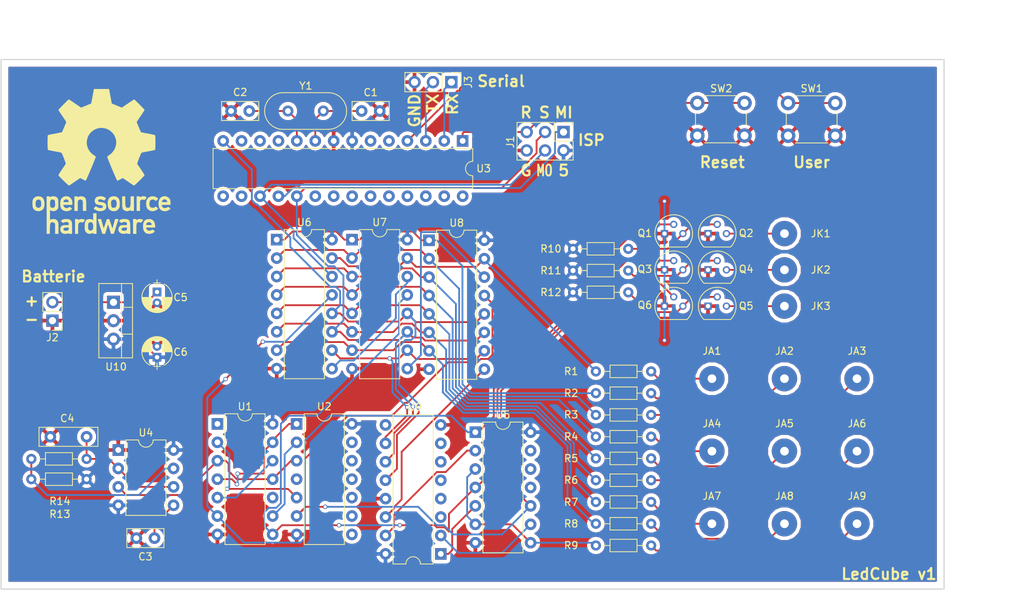
<source format=kicad_pcb>
(kicad_pcb (version 4) (host pcbnew 4.0.7)
  (layers (0 F.Cu signal) (31 B.Cu signal) (34 B.Paste user) (35 F.Paste user) (36 B.SilkS user) (37 F.SilkS user) (38 B.Mask user) (39 F.Mask user) (44 Edge.Cuts user))
  (net 0 "")
  (net 1 "Net-(C1-Pad1)")
  (net 2 GND)
  (net 3 "Net-(C2-Pad1)")
  (net 4 /MISO)
  (net 5 +5V)
  (net 6 /MOSI)
  (net 7 /RESET_AVR)
  (net 8 "Net-(JA1-Pad1)")
  (net 9 "Net-(JA2-Pad1)")
  (net 10 "Net-(JA3-Pad1)")
  (net 11 "Net-(JA4-Pad1)")
  (net 12 "Net-(JA5-Pad1)")
  (net 13 "Net-(JA6-Pad1)")
  (net 14 "Net-(JA7-Pad1)")
  (net 15 "Net-(JA8-Pad1)")
  (net 16 "Net-(JA9-Pad1)")
  (net 17 "Net-(JK1-Pad1)")
  (net 18 "Net-(JK2-Pad1)")
  (net 19 "Net-(JK3-Pad1)")
  (net 20 "Net-(Q1-Pad3)")
  (net 21 "Net-(Q3-Pad3)")
  (net 22 "Net-(Q5-Pad2)")
  (net 23 /A1)
  (net 24 /A2)
  (net 25 /A3)
  (net 26 /A4)
  (net 27 /A5)
  (net 28 /A6)
  (net 29 /A7)
  (net 30 /A8)
  (net 31 /A9)
  (net 32 "Net-(R13-Pad2)")
  (net 33 "Net-(C4-Pad1)")
  (net 34 "Net-(U1-Pad1)")
  (net 35 /L2_EN)
  (net 36 "Net-(U1-Pad2)")
  (net 37 "Net-(U1-Pad9)")
  (net 38 /RESET_RC)
  (net 39 "Net-(U1-Pad10)")
  (net 40 /LCLK)
  (net 41 "Net-(U1-Pad12)")
  (net 42 /L1_EN)
  (net 43 "Net-(U2-Pad4)")
  (net 44 /L3_EN)
  (net 45 "Net-(U3-Pad16)")
  (net 46 "Net-(SW1-Pad1)")
  (net 47 "Net-(U3-Pad5)")
  (net 48 /SCLK)
  (net 49 "Net-(U3-Pad6)")
  (net 50 "Net-(U3-Pad20)")
  (net 51 "Net-(U3-Pad21)")
  (net 52 "Net-(U3-Pad22)")
  (net 53 "Net-(U3-Pad23)")
  (net 54 "Net-(U3-Pad24)")
  (net 55 "Net-(U3-Pad11)")
  (net 56 "Net-(U3-Pad25)")
  (net 57 "Net-(U3-Pad12)")
  (net 58 "Net-(U3-Pad26)")
  (net 59 "Net-(U3-Pad13)")
  (net 60 "Net-(U3-Pad27)")
  (net 61 /RCLK)
  (net 62 "Net-(U3-Pad28)")
  (net 63 "Net-(C3-Pad1)")
  (net 64 "Net-(U5-Pad2)")
  (net 65 "Net-(U5-Pad9)")
  (net 66 "Net-(U5-Pad5)")
  (net 67 "Net-(U6-Pad9)")
  (net 68 /RESET_SR)
  (net 69 "Net-(U7-Pad9)")
  (net 70 "Net-(U8-Pad9)")
  (net 71 "Net-(U9-Pad9)")
  (net 72 "Net-(U9-Pad3)")
  (net 73 "Net-(U9-Pad4)")
  (net 74 "Net-(U9-Pad5)")
  (net 75 "Net-(U9-Pad6)")
  (net 76 "Net-(U9-Pad7)")
  (net 77 +9V)
  (net 78 "Net-(U3-Pad15)")
  (net 79 "Net-(J3-Pad1)")
  (net 80 "Net-(J3-Pad2)")
  (module Housings_DIP:DIP-16_W7.62mm (layer F.Cu) (at 130.62 128.16 180)
    (fp_text reference U9 (at 3.62 20.21 180) (layer F.SilkS))
    (fp_text value 74HC595)
    (pad 1 thru_hole rect (at 0 0 180) (size 1.6 1.6) (drill 0.8) (layers *.Cu *.Mask) (net 66 "Net-(U5-Pad5)"))
    (pad 9 thru_hole oval (at 7.62 17.78 180) (size 1.6 1.6) (drill 0.8) (layers *.Cu *.Mask) (net 71 "Net-(U9-Pad9)"))
    (pad 2 thru_hole oval (at 0 2.54 180) (size 1.6 1.6) (drill 0.8) (layers *.Cu *.Mask) (net 65 "Net-(U5-Pad9)"))
    (pad 10 thru_hole oval (at 7.62 15.24 180) (size 1.6 1.6) (drill 0.8) (layers *.Cu *.Mask) (net 68 /RESET_SR))
    (pad 3 thru_hole oval (at 0 5.08 180) (size 1.6 1.6) (drill 0.8) (layers *.Cu *.Mask) (net 72 "Net-(U9-Pad3)"))
    (pad 11 thru_hole oval (at 7.62 12.7 180) (size 1.6 1.6) (drill 0.8) (layers *.Cu *.Mask) (net 48 /SCLK))
    (pad 4 thru_hole oval (at 0 7.62 180) (size 1.6 1.6) (drill 0.8) (layers *.Cu *.Mask) (net 73 "Net-(U9-Pad4)"))
    (pad 12 thru_hole oval (at 7.62 10.16 180) (size 1.6 1.6) (drill 0.8) (layers *.Cu *.Mask) (net 61 /RCLK))
    (pad 5 thru_hole oval (at 0 10.16 180) (size 1.6 1.6) (drill 0.8) (layers *.Cu *.Mask) (net 74 "Net-(U9-Pad5)"))
    (pad 13 thru_hole oval (at 7.62 7.62 180) (size 1.6 1.6) (drill 0.8) (layers *.Cu *.Mask) (net 2 GND))
    (pad 6 thru_hole oval (at 0 12.7 180) (size 1.6 1.6) (drill 0.8) (layers *.Cu *.Mask) (net 75 "Net-(U9-Pad6)"))
    (pad 14 thru_hole oval (at 7.62 5.08 180) (size 1.6 1.6) (drill 0.8) (layers *.Cu *.Mask) (net 70 "Net-(U8-Pad9)"))
    (pad 7 thru_hole oval (at 0 15.24 180) (size 1.6 1.6) (drill 0.8) (layers *.Cu *.Mask) (net 76 "Net-(U9-Pad7)"))
    (pad 15 thru_hole oval (at 7.62 2.54 180) (size 1.6 1.6) (drill 0.8) (layers *.Cu *.Mask) (net 64 "Net-(U5-Pad2)"))
    (pad 8 thru_hole oval (at 0 17.78 180) (size 1.6 1.6) (drill 0.8) (layers *.Cu *.Mask) (net 2 GND))
    (pad 16 thru_hole oval (at 7.62 0 180) (size 1.6 1.6) (drill 0.8) (layers *.Cu *.Mask) (net 5 +5V))
  )
  (module Capacitors_THT:C_Disc_D5.0mm_W2.5mm_P2.50mm (layer F.Cu) (at 119.704 67.1)
    (fp_text reference C1 (at 1.25 -2.56) (layer F.SilkS))
    (fp_text value C)
    (pad 1 thru_hole circle (at 0 0) (size 1.6 1.6) (drill 0.8) (layers *.Cu *.Mask) (net 1 "Net-(C1-Pad1)"))
    (pad 2 thru_hole circle (at 2.5 0) (size 1.6 1.6) (drill 0.8) (layers *.Cu *.Mask) (net 2 GND))
  )
  (module Capacitors_THT:C_Disc_D5.0mm_W2.5mm_P2.50mm (layer F.Cu) (at 104.21 67.1 180)
    (fp_text reference C2 (at 1.25 2.584 180) (layer F.SilkS))
    (fp_text value C)
    (pad 1 thru_hole circle (at 0 0 180) (size 1.6 1.6) (drill 0.8) (layers *.Cu *.Mask) (net 3 "Net-(C2-Pad1)"))
    (pad 2 thru_hole circle (at 2.5 0 180) (size 1.6 1.6) (drill 0.8) (layers *.Cu *.Mask) (net 2 GND))
  )
  (module Pin_Headers:Pin_Header_Straight_2x03_Pitch2.54mm (layer F.Cu) (at 147.54 70 270)
    (fp_text reference J1 (at 1.374 7.332 450) (layer F.SilkS))
    (fp_text value Conn_02x03_Odd_Even hide)
    (pad 1 thru_hole rect (at 0 0 270) (size 1.7 1.7) (drill 1) (layers *.Cu *.Mask) (net 4 /MISO))
    (pad 2 thru_hole oval (at 2.54 0 270) (size 1.7 1.7) (drill 1) (layers *.Cu *.Mask) (net 5 +5V))
    (pad 3 thru_hole oval (at 0 2.54 270) (size 1.7 1.7) (drill 1) (layers *.Cu *.Mask) (net 48 /SCLK))
    (pad 4 thru_hole oval (at 2.54 2.54 270) (size 1.7 1.7) (drill 1) (layers *.Cu *.Mask) (net 6 /MOSI))
    (pad 5 thru_hole oval (at 0 5.08 270) (size 1.7 1.7) (drill 1) (layers *.Cu *.Mask) (net 7 /RESET_AVR))
    (pad 6 thru_hole oval (at 2.54 5.08 270) (size 1.7 1.7) (drill 1) (layers *.Cu *.Mask) (net 2 GND))
  )
  (module Wire_Pads:SolderWirePad_single_1-2mmDrill (layer F.Cu) (at 168 104)
    (fp_text reference JA1 (at 0 -3.81) (layer F.SilkS))
    (fp_text value Conn_01x01 hide)
    (pad 1 thru_hole circle (at 0 0) (size 3.50012 3.50012) (drill 1.19888) (layers *.Cu *.Mask) (net 8 "Net-(JA1-Pad1)"))
  )
  (module Wire_Pads:SolderWirePad_single_1-2mmDrill (layer F.Cu) (at 178 104)
    (fp_text reference JA2 (at 0 -3.81) (layer F.SilkS))
    (fp_text value Conn_01x01 hide)
    (pad 1 thru_hole circle (at 0 0) (size 3.50012 3.50012) (drill 1.19888) (layers *.Cu *.Mask) (net 9 "Net-(JA2-Pad1)"))
  )
  (module Wire_Pads:SolderWirePad_single_1-2mmDrill (layer F.Cu) (at 188 104)
    (fp_text reference JA3 (at 0 -3.81) (layer F.SilkS))
    (fp_text value Conn_01x01 hide)
    (pad 1 thru_hole circle (at 0 0) (size 3.50012 3.50012) (drill 1.19888) (layers *.Cu *.Mask) (net 10 "Net-(JA3-Pad1)"))
  )
  (module Wire_Pads:SolderWirePad_single_1-2mmDrill (layer F.Cu) (at 168 114)
    (fp_text reference JA4 (at 0 -3.81) (layer F.SilkS))
    (fp_text value Conn_01x01 hide)
    (pad 1 thru_hole circle (at 0 0) (size 3.50012 3.50012) (drill 1.19888) (layers *.Cu *.Mask) (net 11 "Net-(JA4-Pad1)"))
  )
  (module Wire_Pads:SolderWirePad_single_1-2mmDrill (layer F.Cu) (at 178 114)
    (fp_text reference JA5 (at 0 -3.81) (layer F.SilkS))
    (fp_text value Conn_01x01 hide)
    (pad 1 thru_hole circle (at 0 0) (size 3.50012 3.50012) (drill 1.19888) (layers *.Cu *.Mask) (net 12 "Net-(JA5-Pad1)"))
  )
  (module Wire_Pads:SolderWirePad_single_1-2mmDrill (layer F.Cu) (at 188 114)
    (fp_text reference JA6 (at 0 -3.81) (layer F.SilkS))
    (fp_text value Conn_01x01 hide)
    (pad 1 thru_hole circle (at 0 0) (size 3.50012 3.50012) (drill 1.19888) (layers *.Cu *.Mask) (net 13 "Net-(JA6-Pad1)"))
  )
  (module Wire_Pads:SolderWirePad_single_1-2mmDrill (layer F.Cu) (at 168 124)
    (fp_text reference JA7 (at 0 -3.81) (layer F.SilkS))
    (fp_text value Conn_01x01 hide)
    (pad 1 thru_hole circle (at 0 0) (size 3.50012 3.50012) (drill 1.19888) (layers *.Cu *.Mask) (net 14 "Net-(JA7-Pad1)"))
  )
  (module Wire_Pads:SolderWirePad_single_1-2mmDrill (layer F.Cu) (at 178 124)
    (fp_text reference JA8 (at 0 -3.81) (layer F.SilkS))
    (fp_text value Conn_01x01 hide)
    (pad 1 thru_hole circle (at 0 0) (size 3.50012 3.50012) (drill 1.19888) (layers *.Cu *.Mask) (net 15 "Net-(JA8-Pad1)"))
  )
  (module Wire_Pads:SolderWirePad_single_1-2mmDrill (layer F.Cu) (at 188 124)
    (fp_text reference JA9 (at 0 -3.81) (layer F.SilkS))
    (fp_text value Conn_01x01 hide)
    (pad 1 thru_hole circle (at 0 0) (size 3.50012 3.50012) (drill 1.19888) (layers *.Cu *.Mask) (net 16 "Net-(JA9-Pad1)"))
  )
  (module Wire_Pads:SolderWirePad_single_1-2mmDrill (layer F.Cu) (at 178 84)
    (fp_text reference JK1 (at 5 0) (layer F.SilkS))
    (fp_text value Conn_01x01 hide)
    (pad 1 thru_hole circle (at 0 0) (size 3.50012 3.50012) (drill 1.19888) (layers *.Cu *.Mask) (net 17 "Net-(JK1-Pad1)"))
  )
  (module Wire_Pads:SolderWirePad_single_1-2mmDrill (layer F.Cu) (at 178 89)
    (fp_text reference JK2 (at 5 0) (layer F.SilkS))
    (fp_text value Conn_01x01 hide)
    (pad 1 thru_hole circle (at 0 0) (size 3.50012 3.50012) (drill 1.19888) (layers *.Cu *.Mask) (net 18 "Net-(JK2-Pad1)"))
  )
  (module Wire_Pads:SolderWirePad_single_1-2mmDrill (layer F.Cu) (at 178 94)
    (fp_text reference JK3 (at 5 0) (layer F.SilkS))
    (fp_text value Conn_01x01 hide)
    (pad 1 thru_hole circle (at 0 0) (size 3.50012 3.50012) (drill 1.19888) (layers *.Cu *.Mask) (net 19 "Net-(JK3-Pad1)"))
  )
  (module TO_SOT_Packages_THT:TO-92_Molded_Narrow (layer F.Cu) (at 161.46 84)
    (fp_text reference Q1 (at -2.71 -0.053) (layer F.SilkS))
    (fp_text value BC557)
    (pad 2 thru_hole circle (at 1.27 -1.27 90) (size 1 1) (drill 0.6) (layers *.Cu *.Mask) (net 42 /L1_EN))
    (pad 3 thru_hole circle (at 2.54 0 90) (size 1 1) (drill 0.6) (layers *.Cu *.Mask) (net 20 "Net-(Q1-Pad3)"))
    (pad 1 thru_hole rect (at 0 0 90) (size 1 1) (drill 0.6) (layers *.Cu *.Mask) (net 2 GND))
  )
  (module TO_SOT_Packages_THT:TO-92_Molded_Narrow (layer F.Cu) (at 167.46 84)
    (fp_text reference Q2 (at 5.26 -0.053) (layer F.SilkS))
    (fp_text value BC557)
    (pad 2 thru_hole circle (at 1.27 -1.27 90) (size 1 1) (drill 0.6) (layers *.Cu *.Mask) (net 20 "Net-(Q1-Pad3)"))
    (pad 3 thru_hole circle (at 2.54 0 90) (size 1 1) (drill 0.6) (layers *.Cu *.Mask) (net 17 "Net-(JK1-Pad1)"))
    (pad 1 thru_hole rect (at 0 0 90) (size 1 1) (drill 0.6) (layers *.Cu *.Mask) (net 2 GND))
  )
  (module TO_SOT_Packages_THT:TO-92_Molded_Narrow (layer F.Cu) (at 161.46 89)
    (fp_text reference Q3 (at -2.71 -0.1) (layer F.SilkS))
    (fp_text value BC557)
    (pad 2 thru_hole circle (at 1.27 -1.27 90) (size 1 1) (drill 0.6) (layers *.Cu *.Mask) (net 35 /L2_EN))
    (pad 3 thru_hole circle (at 2.54 0 90) (size 1 1) (drill 0.6) (layers *.Cu *.Mask) (net 21 "Net-(Q3-Pad3)"))
    (pad 1 thru_hole rect (at 0 0 90) (size 1 1) (drill 0.6) (layers *.Cu *.Mask) (net 2 GND))
  )
  (module TO_SOT_Packages_THT:TO-92_Molded_Narrow (layer F.Cu) (at 167.46 89)
    (fp_text reference Q4 (at 5.26 -0.1) (layer F.SilkS))
    (fp_text value BC557)
    (pad 2 thru_hole circle (at 1.27 -1.27 90) (size 1 1) (drill 0.6) (layers *.Cu *.Mask) (net 21 "Net-(Q3-Pad3)"))
    (pad 3 thru_hole circle (at 2.54 0 90) (size 1 1) (drill 0.6) (layers *.Cu *.Mask) (net 18 "Net-(JK2-Pad1)"))
    (pad 1 thru_hole rect (at 0 0 90) (size 1 1) (drill 0.6) (layers *.Cu *.Mask) (net 2 GND))
  )
  (module TO_SOT_Packages_THT:TO-92_Molded_Narrow (layer F.Cu) (at 167.46 94)
    (fp_text reference Q5 (at 5.26 -0.02) (layer F.SilkS))
    (fp_text value BC557)
    (pad 2 thru_hole circle (at 1.27 -1.27 90) (size 1 1) (drill 0.6) (layers *.Cu *.Mask) (net 22 "Net-(Q5-Pad2)"))
    (pad 3 thru_hole circle (at 2.54 0 90) (size 1 1) (drill 0.6) (layers *.Cu *.Mask) (net 19 "Net-(JK3-Pad1)"))
    (pad 1 thru_hole rect (at 0 0 90) (size 1 1) (drill 0.6) (layers *.Cu *.Mask) (net 2 GND))
  )
  (module TO_SOT_Packages_THT:TO-92_Molded_Narrow (layer F.Cu) (at 161.46 94)
    (fp_text reference Q6 (at -2.71 -0.147) (layer F.SilkS))
    (fp_text value BC557)
    (pad 2 thru_hole circle (at 1.27 -1.27 90) (size 1 1) (drill 0.6) (layers *.Cu *.Mask) (net 44 /L3_EN))
    (pad 3 thru_hole circle (at 2.54 0 90) (size 1 1) (drill 0.6) (layers *.Cu *.Mask) (net 22 "Net-(Q5-Pad2)"))
    (pad 1 thru_hole rect (at 0 0 90) (size 1 1) (drill 0.6) (layers *.Cu *.Mask) (net 2 GND))
  )
  (module Resistors_THT:R_Axial_DIN0204_L3.6mm_D1.6mm_P7.62mm_Horizontal (layer F.Cu) (at 159.62 103 180)
    (fp_text reference R1 (at 11.03 0.003 180) (layer F.SilkS))
    (fp_text value R)
    (pad 1 thru_hole circle (at 0 0 180) (size 1.4 1.4) (drill 0.7) (layers *.Cu *.Mask) (net 8 "Net-(JA1-Pad1)"))
    (pad 2 thru_hole oval (at 7.62 0 180) (size 1.4 1.4) (drill 0.7) (layers *.Cu *.Mask) (net 23 /A1))
  )
  (module Resistors_THT:R_Axial_DIN0204_L3.6mm_D1.6mm_P7.62mm_Horizontal (layer F.Cu) (at 159.62 106 180)
    (fp_text reference R2 (at 11.03 0 180) (layer F.SilkS))
    (fp_text value R)
    (pad 1 thru_hole circle (at 0 0 180) (size 1.4 1.4) (drill 0.7) (layers *.Cu *.Mask) (net 9 "Net-(JA2-Pad1)"))
    (pad 2 thru_hole oval (at 7.62 0 180) (size 1.4 1.4) (drill 0.7) (layers *.Cu *.Mask) (net 24 /A2))
  )
  (module Resistors_THT:R_Axial_DIN0204_L3.6mm_D1.6mm_P7.62mm_Horizontal (layer F.Cu) (at 159.62 109 180)
    (fp_text reference R3 (at 11.03 0.034 180) (layer F.SilkS))
    (fp_text value R)
    (pad 1 thru_hole circle (at 0 0 180) (size 1.4 1.4) (drill 0.7) (layers *.Cu *.Mask) (net 10 "Net-(JA3-Pad1)"))
    (pad 2 thru_hole oval (at 7.62 0 180) (size 1.4 1.4) (drill 0.7) (layers *.Cu *.Mask) (net 25 /A3))
  )
  (module Resistors_THT:R_Axial_DIN0204_L3.6mm_D1.6mm_P7.62mm_Horizontal (layer F.Cu) (at 159.62 112 180)
    (fp_text reference R4 (at 11.03 0 180) (layer F.SilkS))
    (fp_text value R)
    (pad 1 thru_hole circle (at 0 0 180) (size 1.4 1.4) (drill 0.7) (layers *.Cu *.Mask) (net 11 "Net-(JA4-Pad1)"))
    (pad 2 thru_hole oval (at 7.62 0 180) (size 1.4 1.4) (drill 0.7) (layers *.Cu *.Mask) (net 26 /A4))
  )
  (module Resistors_THT:R_Axial_DIN0204_L3.6mm_D1.6mm_P7.62mm_Horizontal (layer F.Cu) (at 159.62 115 180)
    (fp_text reference R5 (at 11.03 0 180) (layer F.SilkS))
    (fp_text value R)
    (pad 1 thru_hole circle (at 0 0 180) (size 1.4 1.4) (drill 0.7) (layers *.Cu *.Mask) (net 12 "Net-(JA5-Pad1)"))
    (pad 2 thru_hole oval (at 7.62 0 180) (size 1.4 1.4) (drill 0.7) (layers *.Cu *.Mask) (net 27 /A5))
  )
  (module Resistors_THT:R_Axial_DIN0204_L3.6mm_D1.6mm_P7.62mm_Horizontal (layer F.Cu) (at 159.62 118 180)
    (fp_text reference R6 (at 11.03 0.017 180) (layer F.SilkS))
    (fp_text value R)
    (pad 1 thru_hole circle (at 0 0 180) (size 1.4 1.4) (drill 0.7) (layers *.Cu *.Mask) (net 13 "Net-(JA6-Pad1)"))
    (pad 2 thru_hole oval (at 7.62 0 180) (size 1.4 1.4) (drill 0.7) (layers *.Cu *.Mask) (net 28 /A6))
  )
  (module Resistors_THT:R_Axial_DIN0204_L3.6mm_D1.6mm_P7.62mm_Horizontal (layer F.Cu) (at 159.62 121 180)
    (fp_text reference R7 (at 11.03 -0.031 180) (layer F.SilkS))
    (fp_text value R)
    (pad 1 thru_hole circle (at 0 0 180) (size 1.4 1.4) (drill 0.7) (layers *.Cu *.Mask) (net 14 "Net-(JA7-Pad1)"))
    (pad 2 thru_hole oval (at 7.62 0 180) (size 1.4 1.4) (drill 0.7) (layers *.Cu *.Mask) (net 29 /A7))
  )
  (module Resistors_THT:R_Axial_DIN0204_L3.6mm_D1.6mm_P7.62mm_Horizontal (layer F.Cu) (at 159.62 124 180)
    (fp_text reference R8 (at 11.03 0 180) (layer F.SilkS))
    (fp_text value R)
    (pad 1 thru_hole circle (at 0 0 180) (size 1.4 1.4) (drill 0.7) (layers *.Cu *.Mask) (net 15 "Net-(JA8-Pad1)"))
    (pad 2 thru_hole oval (at 7.62 0 180) (size 1.4 1.4) (drill 0.7) (layers *.Cu *.Mask) (net 30 /A8))
  )
  (module Resistors_THT:R_Axial_DIN0204_L3.6mm_D1.6mm_P7.62mm_Horizontal (layer F.Cu) (at 159.62 127 180)
    (fp_text reference R9 (at 11.03 0 180) (layer F.SilkS))
    (fp_text value R)
    (pad 1 thru_hole circle (at 0 0 180) (size 1.4 1.4) (drill 0.7) (layers *.Cu *.Mask) (net 16 "Net-(JA9-Pad1)"))
    (pad 2 thru_hole oval (at 7.62 0 180) (size 1.4 1.4) (drill 0.7) (layers *.Cu *.Mask) (net 31 /A9))
  )
  (module Resistors_THT:R_Axial_DIN0204_L3.6mm_D1.6mm_P7.62mm_Horizontal (layer F.Cu) (at 148.85 86.1)
    (fp_text reference R10 (at -3.054 0) (layer F.SilkS))
    (fp_text value 330)
    (pad 1 thru_hole circle (at 0 0) (size 1.4 1.4) (drill 0.7) (layers *.Cu *.Mask) (net 5 +5V))
    (pad 2 thru_hole oval (at 7.62 0) (size 1.4 1.4) (drill 0.7) (layers *.Cu *.Mask) (net 20 "Net-(Q1-Pad3)"))
  )
  (module Resistors_THT:R_Axial_DIN0204_L3.6mm_D1.6mm_P7.62mm_Horizontal (layer F.Cu) (at 148.85 89.1)
    (fp_text reference R11 (at -3.054 0) (layer F.SilkS))
    (fp_text value 330)
    (pad 1 thru_hole circle (at 0 0) (size 1.4 1.4) (drill 0.7) (layers *.Cu *.Mask) (net 5 +5V))
    (pad 2 thru_hole oval (at 7.62 0) (size 1.4 1.4) (drill 0.7) (layers *.Cu *.Mask) (net 21 "Net-(Q3-Pad3)"))
  )
  (module Resistors_THT:R_Axial_DIN0204_L3.6mm_D1.6mm_P7.62mm_Horizontal (layer F.Cu) (at 148.85 92.1)
    (fp_text reference R12 (at -3.054 0) (layer F.SilkS))
    (fp_text value 330)
    (pad 1 thru_hole circle (at 0 0) (size 1.4 1.4) (drill 0.7) (layers *.Cu *.Mask) (net 5 +5V))
    (pad 2 thru_hole oval (at 7.62 0) (size 1.4 1.4) (drill 0.7) (layers *.Cu *.Mask) (net 22 "Net-(Q5-Pad2)"))
  )
  (module Resistors_THT:R_Axial_DIN0204_L3.6mm_D1.6mm_P7.62mm_Horizontal (layer F.Cu) (at 81.788 117.856 180)
    (fp_text reference R13 (at 3.683 -4.826 180) (layer F.SilkS))
    (fp_text value 56k)
    (pad 1 thru_hole circle (at 0 0 180) (size 1.4 1.4) (drill 0.7) (layers *.Cu *.Mask) (net 5 +5V))
    (pad 2 thru_hole oval (at 7.62 0 180) (size 1.4 1.4) (drill 0.7) (layers *.Cu *.Mask) (net 32 "Net-(R13-Pad2)"))
  )
  (module Resistors_THT:R_Axial_DIN0204_L3.6mm_D1.6mm_P7.62mm_Horizontal (layer F.Cu) (at 74.168 115.062)
    (fp_text reference R14 (at 3.937 5.842) (layer F.SilkS))
    (fp_text value 56k)
    (pad 1 thru_hole circle (at 0 0) (size 1.4 1.4) (drill 0.7) (layers *.Cu *.Mask) (net 32 "Net-(R13-Pad2)"))
    (pad 2 thru_hole oval (at 7.62 0) (size 1.4 1.4) (drill 0.7) (layers *.Cu *.Mask) (net 33 "Net-(C4-Pad1)"))
  )
  (module Buttons_Switches_THT:SW_PUSH_6mm_h5mm (layer F.Cu) (at 178.5 66)
    (fp_text reference SW1 (at 3.25 -2) (layer F.SilkS))
    (fp_text value SW_Push)
    (pad 2 thru_hole circle (at 0 4.5 90) (size 2 2) (drill 1.1) (layers *.Cu *.Mask) (net 2 GND))
    (pad 1 thru_hole circle (at 0 0 90) (size 2 2) (drill 1.1) (layers *.Cu *.Mask) (net 46 "Net-(SW1-Pad1)"))
    (pad 2 thru_hole circle (at 6.5 4.5 90) (size 2 2) (drill 1.1) (layers *.Cu *.Mask) (net 2 GND))
    (pad 1 thru_hole circle (at 6.5 0 90) (size 2 2) (drill 1.1) (layers *.Cu *.Mask) (net 46 "Net-(SW1-Pad1)"))
  )
  (module Housings_DIP:DIP-14_W7.62mm (layer F.Cu) (at 99.822 110.236)
    (fp_text reference U1 (at 3.81 -2.39) (layer F.SilkS))
    (fp_text value 74HC74)
    (pad 1 thru_hole rect (at 0 0) (size 1.6 1.6) (drill 0.8) (layers *.Cu *.Mask) (net 34 "Net-(U1-Pad1)"))
    (pad 8 thru_hole oval (at 7.62 15.24) (size 1.6 1.6) (drill 0.8) (layers *.Cu *.Mask) (net 35 /L2_EN))
    (pad 2 thru_hole oval (at 0 2.54) (size 1.6 1.6) (drill 0.8) (layers *.Cu *.Mask) (net 36 "Net-(U1-Pad2)"))
    (pad 9 thru_hole oval (at 7.62 12.7) (size 1.6 1.6) (drill 0.8) (layers *.Cu *.Mask) (net 37 "Net-(U1-Pad9)"))
    (pad 3 thru_hole oval (at 0 5.08) (size 1.6 1.6) (drill 0.8) (layers *.Cu *.Mask) (net 40 /LCLK))
    (pad 10 thru_hole oval (at 7.62 10.16) (size 1.6 1.6) (drill 0.8) (layers *.Cu *.Mask) (net 39 "Net-(U1-Pad10)"))
    (pad 4 thru_hole oval (at 0 7.62) (size 1.6 1.6) (drill 0.8) (layers *.Cu *.Mask) (net 38 /RESET_RC))
    (pad 11 thru_hole oval (at 7.62 7.62) (size 1.6 1.6) (drill 0.8) (layers *.Cu *.Mask) (net 40 /LCLK))
    (pad 5 thru_hole oval (at 0 10.16) (size 1.6 1.6) (drill 0.8) (layers *.Cu *.Mask) (net 41 "Net-(U1-Pad12)"))
    (pad 12 thru_hole oval (at 7.62 5.08) (size 1.6 1.6) (drill 0.8) (layers *.Cu *.Mask) (net 41 "Net-(U1-Pad12)"))
    (pad 6 thru_hole oval (at 0 12.7) (size 1.6 1.6) (drill 0.8) (layers *.Cu *.Mask) (net 42 /L1_EN))
    (pad 13 thru_hole oval (at 7.62 2.54) (size 1.6 1.6) (drill 0.8) (layers *.Cu *.Mask) (net 38 /RESET_RC))
    (pad 7 thru_hole oval (at 0 15.24) (size 1.6 1.6) (drill 0.8) (layers *.Cu *.Mask) (net 2 GND))
    (pad 14 thru_hole oval (at 7.62 0) (size 1.6 1.6) (drill 0.8) (layers *.Cu *.Mask) (net 5 +5V))
  )
  (module Housings_DIP:DIP-14_W7.62mm (layer F.Cu) (at 110.744 110.236)
    (fp_text reference U2 (at 3.81 -2.39) (layer F.SilkS))
    (fp_text value 74HC74)
    (pad 1 thru_hole rect (at 0 0) (size 1.6 1.6) (drill 0.8) (layers *.Cu *.Mask) (net 38 /RESET_RC))
    (pad 8 thru_hole oval (at 7.62 15.24) (size 1.6 1.6) (drill 0.8) (layers *.Cu *.Mask))
    (pad 2 thru_hole oval (at 0 2.54) (size 1.6 1.6) (drill 0.8) (layers *.Cu *.Mask) (net 37 "Net-(U1-Pad9)"))
    (pad 9 thru_hole oval (at 7.62 12.7) (size 1.6 1.6) (drill 0.8) (layers *.Cu *.Mask))
    (pad 3 thru_hole oval (at 0 5.08) (size 1.6 1.6) (drill 0.8) (layers *.Cu *.Mask) (net 40 /LCLK))
    (pad 10 thru_hole oval (at 7.62 10.16) (size 1.6 1.6) (drill 0.8) (layers *.Cu *.Mask))
    (pad 4 thru_hole oval (at 0 7.62) (size 1.6 1.6) (drill 0.8) (layers *.Cu *.Mask) (net 43 "Net-(U2-Pad4)"))
    (pad 11 thru_hole oval (at 7.62 7.62) (size 1.6 1.6) (drill 0.8) (layers *.Cu *.Mask))
    (pad 5 thru_hole oval (at 0 10.16) (size 1.6 1.6) (drill 0.8) (layers *.Cu *.Mask) (net 36 "Net-(U1-Pad2)"))
    (pad 12 thru_hole oval (at 7.62 5.08) (size 1.6 1.6) (drill 0.8) (layers *.Cu *.Mask))
    (pad 6 thru_hole oval (at 0 12.7) (size 1.6 1.6) (drill 0.8) (layers *.Cu *.Mask) (net 44 /L3_EN))
    (pad 13 thru_hole oval (at 7.62 2.54) (size 1.6 1.6) (drill 0.8) (layers *.Cu *.Mask))
    (pad 7 thru_hole oval (at 0 15.24) (size 1.6 1.6) (drill 0.8) (layers *.Cu *.Mask) (net 2 GND))
    (pad 14 thru_hole oval (at 7.62 0) (size 1.6 1.6) (drill 0.8) (layers *.Cu *.Mask) (net 5 +5V))
  )
  (module Housings_DIP:DIP-28_W7.62mm (layer F.Cu) (at 133.635 71.223333 270)
    (fp_text reference U3 (at 3.81 -2.89 360) (layer F.SilkS))
    (fp_text value ATMEGA8-16PU)
    (pad 1 thru_hole rect (at 0 0 270) (size 1.6 1.6) (drill 0.8) (layers *.Cu *.Mask) (net 7 /RESET_AVR))
    (pad 15 thru_hole oval (at 7.62 33.02 270) (size 1.6 1.6) (drill 0.8) (layers *.Cu *.Mask) (net 78 "Net-(U3-Pad15)"))
    (pad 2 thru_hole oval (at 0 2.54 270) (size 1.6 1.6) (drill 0.8) (layers *.Cu *.Mask) (net 79 "Net-(J3-Pad1)"))
    (pad 16 thru_hole oval (at 7.62 30.48 270) (size 1.6 1.6) (drill 0.8) (layers *.Cu *.Mask) (net 45 "Net-(U3-Pad16)"))
    (pad 3 thru_hole oval (at 0 5.08 270) (size 1.6 1.6) (drill 0.8) (layers *.Cu *.Mask) (net 80 "Net-(J3-Pad2)"))
    (pad 17 thru_hole oval (at 7.62 27.94 270) (size 1.6 1.6) (drill 0.8) (layers *.Cu *.Mask) (net 6 /MOSI))
    (pad 4 thru_hole oval (at 0 7.62 270) (size 1.6 1.6) (drill 0.8) (layers *.Cu *.Mask) (net 46 "Net-(SW1-Pad1)"))
    (pad 18 thru_hole oval (at 7.62 25.4 270) (size 1.6 1.6) (drill 0.8) (layers *.Cu *.Mask) (net 4 /MISO))
    (pad 5 thru_hole oval (at 0 10.16 270) (size 1.6 1.6) (drill 0.8) (layers *.Cu *.Mask) (net 47 "Net-(U3-Pad5)"))
    (pad 19 thru_hole oval (at 7.62 22.86 270) (size 1.6 1.6) (drill 0.8) (layers *.Cu *.Mask) (net 48 /SCLK))
    (pad 6 thru_hole oval (at 0 12.7 270) (size 1.6 1.6) (drill 0.8) (layers *.Cu *.Mask) (net 49 "Net-(U3-Pad6)"))
    (pad 20 thru_hole oval (at 7.62 20.32 270) (size 1.6 1.6) (drill 0.8) (layers *.Cu *.Mask) (net 50 "Net-(U3-Pad20)"))
    (pad 7 thru_hole oval (at 0 15.24 270) (size 1.6 1.6) (drill 0.8) (layers *.Cu *.Mask) (net 5 +5V))
    (pad 21 thru_hole oval (at 7.62 17.78 270) (size 1.6 1.6) (drill 0.8) (layers *.Cu *.Mask) (net 51 "Net-(U3-Pad21)"))
    (pad 8 thru_hole oval (at 0 17.78 270) (size 1.6 1.6) (drill 0.8) (layers *.Cu *.Mask) (net 2 GND))
    (pad 22 thru_hole oval (at 7.62 15.24 270) (size 1.6 1.6) (drill 0.8) (layers *.Cu *.Mask) (net 52 "Net-(U3-Pad22)"))
    (pad 9 thru_hole oval (at 0 20.32 270) (size 1.6 1.6) (drill 0.8) (layers *.Cu *.Mask) (net 1 "Net-(C1-Pad1)"))
    (pad 23 thru_hole oval (at 7.62 12.7 270) (size 1.6 1.6) (drill 0.8) (layers *.Cu *.Mask) (net 53 "Net-(U3-Pad23)"))
    (pad 10 thru_hole oval (at 0 22.86 270) (size 1.6 1.6) (drill 0.8) (layers *.Cu *.Mask) (net 3 "Net-(C2-Pad1)"))
    (pad 24 thru_hole oval (at 7.62 10.16 270) (size 1.6 1.6) (drill 0.8) (layers *.Cu *.Mask) (net 54 "Net-(U3-Pad24)"))
    (pad 11 thru_hole oval (at 0 25.4 270) (size 1.6 1.6) (drill 0.8) (layers *.Cu *.Mask) (net 55 "Net-(U3-Pad11)"))
    (pad 25 thru_hole oval (at 7.62 7.62 270) (size 1.6 1.6) (drill 0.8) (layers *.Cu *.Mask) (net 56 "Net-(U3-Pad25)"))
    (pad 12 thru_hole oval (at 0 27.94 270) (size 1.6 1.6) (drill 0.8) (layers *.Cu *.Mask) (net 57 "Net-(U3-Pad12)"))
    (pad 26 thru_hole oval (at 7.62 5.08 270) (size 1.6 1.6) (drill 0.8) (layers *.Cu *.Mask) (net 58 "Net-(U3-Pad26)"))
    (pad 13 thru_hole oval (at 0 30.48 270) (size 1.6 1.6) (drill 0.8) (layers *.Cu *.Mask) (net 59 "Net-(U3-Pad13)"))
    (pad 27 thru_hole oval (at 7.62 2.54 270) (size 1.6 1.6) (drill 0.8) (layers *.Cu *.Mask) (net 60 "Net-(U3-Pad27)"))
    (pad 14 thru_hole oval (at 0 33.02 270) (size 1.6 1.6) (drill 0.8) (layers *.Cu *.Mask) (net 61 /RCLK))
    (pad 28 thru_hole oval (at 7.62 0 270) (size 1.6 1.6) (drill 0.8) (layers *.Cu *.Mask) (net 62 "Net-(U3-Pad28)"))
  )
  (module Housings_DIP:DIP-8_W7.62mm (layer F.Cu) (at 86.156 113.838)
    (fp_text reference U4 (at 3.81 -2.39) (layer F.SilkS))
    (fp_text value LM555)
    (pad 1 thru_hole rect (at 0 0) (size 1.6 1.6) (drill 0.8) (layers *.Cu *.Mask) (net 2 GND))
    (pad 5 thru_hole oval (at 7.62 7.62) (size 1.6 1.6) (drill 0.8) (layers *.Cu *.Mask) (net 63 "Net-(C3-Pad1)"))
    (pad 2 thru_hole oval (at 0 2.54) (size 1.6 1.6) (drill 0.8) (layers *.Cu *.Mask) (net 33 "Net-(C4-Pad1)"))
    (pad 6 thru_hole oval (at 7.62 5.08) (size 1.6 1.6) (drill 0.8) (layers *.Cu *.Mask) (net 33 "Net-(C4-Pad1)"))
    (pad 3 thru_hole oval (at 0 5.08) (size 1.6 1.6) (drill 0.8) (layers *.Cu *.Mask) (net 40 /LCLK))
    (pad 7 thru_hole oval (at 7.62 2.54) (size 1.6 1.6) (drill 0.8) (layers *.Cu *.Mask) (net 32 "Net-(R13-Pad2)"))
    (pad 4 thru_hole oval (at 0 7.62) (size 1.6 1.6) (drill 0.8) (layers *.Cu *.Mask) (net 5 +5V))
    (pad 8 thru_hole oval (at 7.62 0) (size 1.6 1.6) (drill 0.8) (layers *.Cu *.Mask) (net 5 +5V))
  )
  (module Housings_DIP:DIP-14_W7.62mm (layer F.Cu) (at 135.38 111.38)
    (fp_text reference U5 (at 3.81 -2.39) (layer F.SilkS))
    (fp_text value 74LS125)
    (pad 1 thru_hole rect (at 0 0) (size 1.6 1.6) (drill 0.8) (layers *.Cu *.Mask) (net 42 /L1_EN))
    (pad 8 thru_hole oval (at 7.62 15.24) (size 1.6 1.6) (drill 0.8) (layers *.Cu *.Mask) (net 31 /A9))
    (pad 2 thru_hole oval (at 0 2.54) (size 1.6 1.6) (drill 0.8) (layers *.Cu *.Mask) (net 64 "Net-(U5-Pad2)"))
    (pad 9 thru_hole oval (at 7.62 12.7) (size 1.6 1.6) (drill 0.8) (layers *.Cu *.Mask) (net 65 "Net-(U5-Pad9)"))
    (pad 3 thru_hole oval (at 0 5.08) (size 1.6 1.6) (drill 0.8) (layers *.Cu *.Mask) (net 31 /A9))
    (pad 10 thru_hole oval (at 7.62 10.16) (size 1.6 1.6) (drill 0.8) (layers *.Cu *.Mask) (net 44 /L3_EN))
    (pad 4 thru_hole oval (at 0 7.62) (size 1.6 1.6) (drill 0.8) (layers *.Cu *.Mask) (net 35 /L2_EN))
    (pad 11 thru_hole oval (at 7.62 7.62) (size 1.6 1.6) (drill 0.8) (layers *.Cu *.Mask))
    (pad 5 thru_hole oval (at 0 10.16) (size 1.6 1.6) (drill 0.8) (layers *.Cu *.Mask) (net 66 "Net-(U5-Pad5)"))
    (pad 12 thru_hole oval (at 7.62 5.08) (size 1.6 1.6) (drill 0.8) (layers *.Cu *.Mask))
    (pad 6 thru_hole oval (at 0 12.7) (size 1.6 1.6) (drill 0.8) (layers *.Cu *.Mask) (net 31 /A9))
    (pad 13 thru_hole oval (at 7.62 2.54) (size 1.6 1.6) (drill 0.8) (layers *.Cu *.Mask))
    (pad 7 thru_hole oval (at 0 15.24) (size 1.6 1.6) (drill 0.8) (layers *.Cu *.Mask) (net 2 GND))
    (pad 14 thru_hole oval (at 7.62 0) (size 1.6 1.6) (drill 0.8) (layers *.Cu *.Mask) (net 5 +5V))
  )
  (module Housings_DIP:DIP-16_W7.62mm (layer F.Cu) (at 108 84.84)
    (fp_text reference U6 (at 3.81 -2.39) (layer F.SilkS))
    (fp_text value 74HC595)
    (pad 1 thru_hole rect (at 0 0) (size 1.6 1.6) (drill 0.8) (layers *.Cu *.Mask) (net 24 /A2))
    (pad 9 thru_hole oval (at 7.62 17.78) (size 1.6 1.6) (drill 0.8) (layers *.Cu *.Mask) (net 67 "Net-(U6-Pad9)"))
    (pad 2 thru_hole oval (at 0 2.54) (size 1.6 1.6) (drill 0.8) (layers *.Cu *.Mask) (net 25 /A3))
    (pad 10 thru_hole oval (at 7.62 15.24) (size 1.6 1.6) (drill 0.8) (layers *.Cu *.Mask) (net 68 /RESET_SR))
    (pad 3 thru_hole oval (at 0 5.08) (size 1.6 1.6) (drill 0.8) (layers *.Cu *.Mask) (net 26 /A4))
    (pad 11 thru_hole oval (at 7.62 12.7) (size 1.6 1.6) (drill 0.8) (layers *.Cu *.Mask) (net 48 /SCLK))
    (pad 4 thru_hole oval (at 0 7.62) (size 1.6 1.6) (drill 0.8) (layers *.Cu *.Mask) (net 27 /A5))
    (pad 12 thru_hole oval (at 7.62 10.16) (size 1.6 1.6) (drill 0.8) (layers *.Cu *.Mask) (net 61 /RCLK))
    (pad 5 thru_hole oval (at 0 10.16) (size 1.6 1.6) (drill 0.8) (layers *.Cu *.Mask) (net 28 /A6))
    (pad 13 thru_hole oval (at 7.62 7.62) (size 1.6 1.6) (drill 0.8) (layers *.Cu *.Mask) (net 42 /L1_EN))
    (pad 6 thru_hole oval (at 0 12.7) (size 1.6 1.6) (drill 0.8) (layers *.Cu *.Mask) (net 29 /A7))
    (pad 14 thru_hole oval (at 7.62 5.08) (size 1.6 1.6) (drill 0.8) (layers *.Cu *.Mask) (net 6 /MOSI))
    (pad 7 thru_hole oval (at 0 15.24) (size 1.6 1.6) (drill 0.8) (layers *.Cu *.Mask) (net 30 /A8))
    (pad 15 thru_hole oval (at 7.62 2.54) (size 1.6 1.6) (drill 0.8) (layers *.Cu *.Mask) (net 23 /A1))
    (pad 8 thru_hole oval (at 0 17.78) (size 1.6 1.6) (drill 0.8) (layers *.Cu *.Mask) (net 2 GND))
    (pad 16 thru_hole oval (at 7.62 0) (size 1.6 1.6) (drill 0.8) (layers *.Cu *.Mask) (net 5 +5V))
  )
  (module Housings_DIP:DIP-16_W7.62mm (layer F.Cu) (at 118.38 84.84)
    (fp_text reference U7 (at 3.81 -2.39) (layer F.SilkS))
    (fp_text value 74HC595)
    (pad 1 thru_hole rect (at 0 0) (size 1.6 1.6) (drill 0.8) (layers *.Cu *.Mask) (net 24 /A2))
    (pad 9 thru_hole oval (at 7.62 17.78) (size 1.6 1.6) (drill 0.8) (layers *.Cu *.Mask) (net 69 "Net-(U7-Pad9)"))
    (pad 2 thru_hole oval (at 0 2.54) (size 1.6 1.6) (drill 0.8) (layers *.Cu *.Mask) (net 25 /A3))
    (pad 10 thru_hole oval (at 7.62 15.24) (size 1.6 1.6) (drill 0.8) (layers *.Cu *.Mask) (net 68 /RESET_SR))
    (pad 3 thru_hole oval (at 0 5.08) (size 1.6 1.6) (drill 0.8) (layers *.Cu *.Mask) (net 26 /A4))
    (pad 11 thru_hole oval (at 7.62 12.7) (size 1.6 1.6) (drill 0.8) (layers *.Cu *.Mask) (net 48 /SCLK))
    (pad 4 thru_hole oval (at 0 7.62) (size 1.6 1.6) (drill 0.8) (layers *.Cu *.Mask) (net 27 /A5))
    (pad 12 thru_hole oval (at 7.62 10.16) (size 1.6 1.6) (drill 0.8) (layers *.Cu *.Mask) (net 61 /RCLK))
    (pad 5 thru_hole oval (at 0 10.16) (size 1.6 1.6) (drill 0.8) (layers *.Cu *.Mask) (net 28 /A6))
    (pad 13 thru_hole oval (at 7.62 7.62) (size 1.6 1.6) (drill 0.8) (layers *.Cu *.Mask) (net 35 /L2_EN))
    (pad 6 thru_hole oval (at 0 12.7) (size 1.6 1.6) (drill 0.8) (layers *.Cu *.Mask) (net 29 /A7))
    (pad 14 thru_hole oval (at 7.62 5.08) (size 1.6 1.6) (drill 0.8) (layers *.Cu *.Mask) (net 67 "Net-(U6-Pad9)"))
    (pad 7 thru_hole oval (at 0 15.24) (size 1.6 1.6) (drill 0.8) (layers *.Cu *.Mask) (net 30 /A8))
    (pad 15 thru_hole oval (at 7.62 2.54) (size 1.6 1.6) (drill 0.8) (layers *.Cu *.Mask) (net 23 /A1))
    (pad 8 thru_hole oval (at 0 17.78) (size 1.6 1.6) (drill 0.8) (layers *.Cu *.Mask) (net 2 GND))
    (pad 16 thru_hole oval (at 7.62 0) (size 1.6 1.6) (drill 0.8) (layers *.Cu *.Mask) (net 5 +5V))
  )
  (module Housings_DIP:DIP-16_W7.62mm (layer F.Cu) (at 129 84.92)
    (fp_text reference U8 (at 3.81 -2.39) (layer F.SilkS))
    (fp_text value 74HC595)
    (pad 1 thru_hole rect (at 0 0) (size 1.6 1.6) (drill 0.8) (layers *.Cu *.Mask) (net 24 /A2))
    (pad 9 thru_hole oval (at 7.62 17.78) (size 1.6 1.6) (drill 0.8) (layers *.Cu *.Mask) (net 70 "Net-(U8-Pad9)"))
    (pad 2 thru_hole oval (at 0 2.54) (size 1.6 1.6) (drill 0.8) (layers *.Cu *.Mask) (net 25 /A3))
    (pad 10 thru_hole oval (at 7.62 15.24) (size 1.6 1.6) (drill 0.8) (layers *.Cu *.Mask) (net 68 /RESET_SR))
    (pad 3 thru_hole oval (at 0 5.08) (size 1.6 1.6) (drill 0.8) (layers *.Cu *.Mask) (net 26 /A4))
    (pad 11 thru_hole oval (at 7.62 12.7) (size 1.6 1.6) (drill 0.8) (layers *.Cu *.Mask) (net 48 /SCLK))
    (pad 4 thru_hole oval (at 0 7.62) (size 1.6 1.6) (drill 0.8) (layers *.Cu *.Mask) (net 27 /A5))
    (pad 12 thru_hole oval (at 7.62 10.16) (size 1.6 1.6) (drill 0.8) (layers *.Cu *.Mask) (net 61 /RCLK))
    (pad 5 thru_hole oval (at 0 10.16) (size 1.6 1.6) (drill 0.8) (layers *.Cu *.Mask) (net 28 /A6))
    (pad 13 thru_hole oval (at 7.62 7.62) (size 1.6 1.6) (drill 0.8) (layers *.Cu *.Mask) (net 44 /L3_EN))
    (pad 6 thru_hole oval (at 0 12.7) (size 1.6 1.6) (drill 0.8) (layers *.Cu *.Mask) (net 29 /A7))
    (pad 14 thru_hole oval (at 7.62 5.08) (size 1.6 1.6) (drill 0.8) (layers *.Cu *.Mask) (net 69 "Net-(U7-Pad9)"))
    (pad 7 thru_hole oval (at 0 15.24) (size 1.6 1.6) (drill 0.8) (layers *.Cu *.Mask) (net 30 /A8))
    (pad 15 thru_hole oval (at 7.62 2.54) (size 1.6 1.6) (drill 0.8) (layers *.Cu *.Mask) (net 23 /A1))
    (pad 8 thru_hole oval (at 0 17.78) (size 1.6 1.6) (drill 0.8) (layers *.Cu *.Mask) (net 2 GND))
    (pad 16 thru_hole oval (at 7.62 0) (size 1.6 1.6) (drill 0.8) (layers *.Cu *.Mask) (net 5 +5V))
  )
  (module Crystals:Crystal_HC49-U_Vertical (layer F.Cu) (at 114.424 67.1 180)
    (fp_text reference Y1 (at 2.41 3.473 180) (layer F.SilkS))
    (fp_text value Crystal)
    (pad 1 thru_hole circle (at 0 0 180) (size 1.5 1.5) (drill 0.8) (layers *.Cu *.Mask) (net 1 "Net-(C1-Pad1)"))
    (pad 2 thru_hole circle (at 4.88 0 180) (size 1.5 1.5) (drill 0.8) (layers *.Cu *.Mask) (net 3 "Net-(C2-Pad1)"))
  )
  (module Capacitors_THT:CP_Radial_D4.0mm_P1.50mm (layer F.Cu) (at 91.4975 92.048438 270)
    (fp_text reference C5 (at 0.75 -3.2445 360) (layer F.SilkS))
    (fp_text value 330nF)
    (pad 1 thru_hole rect (at 0 0 270) (size 1.2 1.2) (drill 0.6) (layers *.Cu *.Mask) (net 77 +9V))
    (pad 2 thru_hole circle (at 1.5 0 270) (size 1.2 1.2) (drill 0.6) (layers *.Cu *.Mask) (net 2 GND))
  )
  (module Capacitors_THT:CP_Radial_D4.0mm_P1.50mm (layer F.Cu) (at 91.4975 101.048438 90)
    (fp_text reference C6 (at 0.718438 3.2445 180) (layer F.SilkS))
    (fp_text value 100nF)
    (pad 1 thru_hole rect (at 0 0 90) (size 1.2 1.2) (drill 0.6) (layers *.Cu *.Mask) (net 5 +5V))
    (pad 2 thru_hole circle (at 1.5 0 90) (size 1.2 1.2) (drill 0.6) (layers *.Cu *.Mask) (net 2 GND))
  )
  (module TO_SOT_Packages_THT:TO-220_Vertical (layer F.Cu) (at 85.4975 93.468438 270)
    (fp_text reference U10 (at 8.893562 -0.3545 360) (layer F.SilkS))
    (fp_text value L7805)
    (pad 1 thru_hole rect (at 0 0 270) (size 1.8 1.8) (drill 1) (layers *.Cu *.Mask) (net 77 +9V))
    (pad 2 thru_hole oval (at 2.54 0 270) (size 1.8 1.8) (drill 1) (layers *.Cu *.Mask) (net 2 GND))
    (pad 3 thru_hole oval (at 5.08 0 270) (size 1.8 1.8) (drill 1) (layers *.Cu *.Mask) (net 5 +5V))
  )
  (module Pin_Headers:Pin_Header_Straight_1x02_Pitch2.54mm (layer F.Cu) (at 77.08 96 180)
    (fp_text reference J2 (at 0 -2.33 180) (layer F.SilkS))
    (fp_text value Conn_01x02 hide)
    (pad 1 thru_hole rect (at 0 0 180) (size 1.7 1.7) (drill 1) (layers *.Cu *.Mask) (net 2 GND))
    (pad 2 thru_hole oval (at 0 2.54 180) (size 1.7 1.7) (drill 1) (layers *.Cu *.Mask) (net 77 +9V))
  )
  (module Capacitors_THT:C_Disc_D5.0mm_W2.5mm_P2.50mm (layer F.Cu) (at 91.146 125.984 180)
    (fp_text reference C3 (at 1.25 -2.56 180) (layer F.SilkS))
    (fp_text value 10nF)
    (pad 1 thru_hole circle (at 0 0 180) (size 1.6 1.6) (drill 0.8) (layers *.Cu *.Mask) (net 63 "Net-(C3-Pad1)"))
    (pad 2 thru_hole circle (at 2.5 0 180) (size 1.6 1.6) (drill 0.8) (layers *.Cu *.Mask) (net 2 GND))
  )
  (module Capacitors_THT:C_Disc_D8.0mm_W2.5mm_P5.00mm (layer F.Cu) (at 81.788 112.014 180)
    (fp_text reference C4 (at 2.667 2.54 180) (layer F.SilkS))
    (fp_text value 220nF)
    (pad 1 thru_hole circle (at 0 0 180) (size 1.6 1.6) (drill 0.8) (layers *.Cu *.Mask) (net 33 "Net-(C4-Pad1)"))
    (pad 2 thru_hole circle (at 5 0 180) (size 1.6 1.6) (drill 0.8) (layers *.Cu *.Mask) (net 2 GND))
  )
  (module Symbols:OSHW-Logo_19x20mm_SilkScreen (layer F.Cu) (at 83.82 74.041)
    (fp_text reference REF*** hide)
    (fp_text value OSHW-Logo_19x20mm_SilkScreen hide)
  )
  (module Pin_Headers:Pin_Header_Straight_1x03_Pitch2.54mm (layer F.Cu) (at 132.08 63.119 270)
    (fp_text reference J3 (at 0 -2.33 270) (layer F.SilkS))
    (fp_text value Conn_01x03)
    (pad 1 thru_hole rect (at 0 0 270) (size 1.7 1.7) (drill 1) (layers *.Cu *.Mask) (net 79 "Net-(J3-Pad1)"))
    (pad 2 thru_hole oval (at 0 2.54 270) (size 1.7 1.7) (drill 1) (layers *.Cu *.Mask) (net 80 "Net-(J3-Pad2)"))
    (pad 3 thru_hole oval (at 0 5.08 270) (size 1.7 1.7) (drill 1) (layers *.Cu *.Mask) (net 2 GND))
  )
  (module Buttons_Switches_THT:SW_PUSH_6mm_h5mm (layer F.Cu) (at 172.489 70.485 180)
    (fp_text reference SW2 (at 3.198 6.477 180) (layer F.SilkS))
    (fp_text value SW_Push)
    (pad 2 thru_hole circle (at 0 4.5 270) (size 2 2) (drill 1.1) (layers *.Cu *.Mask) (net 7 /RESET_AVR))
    (pad 1 thru_hole circle (at 0 0 270) (size 2 2) (drill 1.1) (layers *.Cu *.Mask) (net 2 GND))
    (pad 2 thru_hole circle (at 6.5 4.5 270) (size 2 2) (drill 1.1) (layers *.Cu *.Mask) (net 7 /RESET_AVR))
    (pad 1 thru_hole circle (at 6.5 0 270) (size 2 2) (drill 1.1) (layers *.Cu *.Mask) (net 2 GND))
  )
  (gr_text "LedCube v1" (at 192.405 130.937) (layer F.SilkS) (effects (font (size 1.5 1.5) (thickness 0.3))))
  (gr_text 5 (at 147.574 75.311) (layer F.SilkS) (effects (font (size 1.5 1.5) (thickness 0.3))))
  (gr_text MO (at 144.907 75.311) (layer F.SilkS) (effects (font (size 1.5 1) (thickness 0.25))))
  (gr_text G (at 142.367 75.311) (layer F.SilkS) (effects (font (size 1.5 1.5) (thickness 0.3))))
  (gr_text "MI\n" (at 147.574 67.31) (layer F.SilkS) (effects (font (size 1.5 1.5) (thickness 0.3))))
  (gr_text S (at 144.907 67.31) (layer F.SilkS) (effects (font (size 1.5 1.5) (thickness 0.3))))
  (gr_text R (at 142.367 67.31) (layer F.SilkS) (effects (font (size 1.5 1.5) (thickness 0.3))))
  (gr_text User (at 181.737 74.168) (layer F.SilkS) (effects (font (size 1.5 1.5) (thickness 0.3))))
  (gr_text Reset (at 169.418 74.168) (layer F.SilkS) (effects (font (size 1.5 1.5) (thickness 0.3))))
  (gr_text GND (at 127 67.056 90) (layer F.SilkS) (effects (font (size 1.5 1.5) (thickness 0.3))))
  (gr_text "TX\n" (at 129.54 66.04 90) (layer F.SilkS) (effects (font (size 1.5 1.5) (thickness 0.3))))
  (gr_text RX (at 132.207 66.167 90) (layer F.SilkS) (effects (font (size 1.5 1.5) (thickness 0.3))))
  (gr_text Serial (at 138.938 62.992) (layer F.SilkS) (effects (font (size 1.5 1.5) (thickness 0.3))))
  (gr_text Batterie (at 77.216 89.916) (layer F.SilkS) (effects (font (size 1.5 1.5) (thickness 0.3))))
  (gr_text "ISP\n" (at 151.384 71.12) (layer F.SilkS) (effects (font (size 1.5 1.5) (thickness 0.3))))
  (gr_text - (at 74.216 95.79) (layer F.SilkS) (effects (font (size 1.5 1.5) (thickness 0.3))))
  (gr_text + (at 74.216 93.25) (layer F.SilkS) (effects (font (size 1.5 1.5) (thickness 0.3))))
  (gr_line (start 70 60) (end 70 133) (layer Edge.Cuts) (width 0.15))
  (gr_line (start 200 60) (end 70 60) (layer Edge.Cuts) (width 0.15))
  (gr_line (start 200 133) (end 200 60) (layer Edge.Cuts) (width 0.15))
  (gr_line (start 70 133) (end 200 133) (layer Edge.Cuts) (width 0.15))
  (segment (start 114.424 67.1) (end 115.48466 67.1) (width 0.25) (layer F.Cu) (net 1))
  (segment (start 115.48466 67.1) (end 119.704 67.1) (width 0.25) (layer F.Cu) (net 1))
  (segment (start 114.424 67.1) (end 113.315 68.209) (width 0.25) (layer F.Cu) (net 1))
  (segment (start 113.315 68.209) (end 113.315 71.223333) (width 0.25) (layer F.Cu) (net 1))
  (via (at 161.46 98.722) (size 0.6) (drill 0.4) (layers F.Cu B.Cu) (net 2))
  (segment (start 161.46 94) (end 161.46 98.722) (width 0.25) (layer B.Cu) (net 2))
  (via (at 161.46 79.54) (size 0.6) (drill 0.4) (layers F.Cu B.Cu) (net 2))
  (segment (start 161.46 84) (end 161.46 79.54) (width 0.25) (layer B.Cu) (net 2))
  (segment (start 161.46 89) (end 161.46 89.75) (width 0.25) (layer B.Cu) (net 2))
  (segment (start 161.46 89.75) (end 161.46 94) (width 0.25) (layer B.Cu) (net 2))
  (segment (start 161.46 84) (end 161.46 84.75) (width 0.25) (layer B.Cu) (net 2))
  (segment (start 161.46 84.75) (end 161.46 89) (width 0.25) (layer B.Cu) (net 2))
  (segment (start 109.544 67.1) (end 108.48334 67.1) (width 0.25) (layer F.Cu) (net 3))
  (segment (start 108.48334 67.1) (end 104.21 67.1) (width 0.25) (layer F.Cu) (net 3))
  (segment (start 109.544 67.1) (end 110.775 68.331) (width 0.25) (layer F.Cu) (net 3))
  (segment (start 110.775 68.331) (end 110.775 71.223333) (width 0.25) (layer F.Cu) (net 3))
  (segment (start 108.235 78.843333) (end 109.109998 78.843333) (width 0.25) (layer B.Cu) (net 4))
  (segment (start 109.109998 78.843333) (end 110.234999 77.718332) (width 0.25) (layer B.Cu) (net 4))
  (segment (start 110.234999 77.718332) (end 141.56067 77.718332) (width 0.25) (layer B.Cu) (net 4))
  (segment (start 141.56067 77.718332) (end 146.364999 72.914003) (width 0.25) (layer B.Cu) (net 4))
  (segment (start 146.364999 72.914003) (end 146.364999 70.075001) (width 0.25) (layer B.Cu) (net 4))
  (segment (start 146.364999 70.075001) (end 146.44 70) (width 0.25) (layer B.Cu) (net 4))
  (segment (start 146.44 70) (end 147.54 70) (width 0.25) (layer B.Cu) (net 4))
  (segment (start 85.4975 98.548438) (end 88.9975 98.548438) (width 0.25) (layer F.Cu) (net 5))
  (segment (start 88.9975 98.548438) (end 91.4975 101.048438) (width 0.25) (layer F.Cu) (net 5))
  (segment (start 115.62 89.92) (end 110.324989 84.624989) (width 0.25) (layer B.Cu) (net 6))
  (segment (start 106.494999 79.643332) (end 105.695 78.843333) (width 0.25) (layer B.Cu) (net 6))
  (segment (start 110.324989 84.624989) (end 110.324989 83.473322) (width 0.25) (layer B.Cu) (net 6))
  (segment (start 110.324989 83.473322) (end 106.494999 79.643332) (width 0.25) (layer B.Cu) (net 6))
  (segment (start 144.150001 73.389999) (end 145 72.54) (width 0.25) (layer B.Cu) (net 6))
  (segment (start 140.271679 77.268321) (end 144.150001 73.389999) (width 0.25) (layer B.Cu) (net 6))
  (segment (start 107.270012 77.268321) (end 140.271679 77.268321) (width 0.25) (layer B.Cu) (net 6))
  (segment (start 105.695 78.843333) (end 107.270012 77.268321) (width 0.25) (layer B.Cu) (net 6))
  (segment (start 165.989 65.985) (end 167.403213 65.985) (width 0.25) (layer F.Cu) (net 7))
  (segment (start 167.403213 65.985) (end 172.489 65.985) (width 0.25) (layer F.Cu) (net 7))
  (segment (start 142.46 70) (end 146.475 65.985) (width 0.25) (layer F.Cu) (net 7))
  (segment (start 146.475 65.985) (end 165.989 65.985) (width 0.25) (layer F.Cu) (net 7))
  (segment (start 142.46 70) (end 133.808333 70) (width 0.25) (layer F.Cu) (net 7))
  (segment (start 133.808333 70) (end 133.635 70.173333) (width 0.25) (layer F.Cu) (net 7))
  (segment (start 133.635 70.173333) (end 133.635 71.223333) (width 0.25) (layer F.Cu) (net 7))
  (segment (start 159.62 103) (end 160.62 104) (width 0.25) (layer F.Cu) (net 8))
  (segment (start 160.62 104) (end 168 104) (width 0.25) (layer F.Cu) (net 8))
  (segment (start 159.62 106) (end 160.319999 106.699999) (width 0.25) (layer F.Cu) (net 9))
  (segment (start 160.319999 106.699999) (end 175.300001 106.699999) (width 0.25) (layer F.Cu) (net 9))
  (segment (start 175.300001 106.699999) (end 176.249941 105.750059) (width 0.25) (layer F.Cu) (net 9))
  (segment (start 176.249941 105.750059) (end 178 104) (width 0.25) (layer F.Cu) (net 9))
  (segment (start 159.62 109) (end 183 109) (width 0.25) (layer F.Cu) (net 10))
  (segment (start 183 109) (end 188 104) (width 0.25) (layer F.Cu) (net 10))
  (segment (start 159.62 112) (end 160.006 112) (width 0.25) (layer F.Cu) (net 11))
  (segment (start 160.006 112) (end 162.006 114) (width 0.25) (layer F.Cu) (net 11))
  (segment (start 162.006 114) (end 168 114) (width 0.25) (layer F.Cu) (net 11))
  (segment (start 159.62 115) (end 160.695061 116.075061) (width 0.25) (layer F.Cu) (net 12))
  (segment (start 160.695061 116.075061) (end 175.924939 116.075061) (width 0.25) (layer F.Cu) (net 12))
  (segment (start 176.249941 115.750059) (end 178 114) (width 0.25) (layer F.Cu) (net 12))
  (segment (start 175.924939 116.075061) (end 176.249941 115.750059) (width 0.25) (layer F.Cu) (net 12))
  (segment (start 159.62 118) (end 184 118) (width 0.25) (layer F.Cu) (net 13))
  (segment (start 184 118) (end 188 114) (width 0.25) (layer F.Cu) (net 13))
  (segment (start 159.62 121) (end 162.62 124) (width 0.25) (layer F.Cu) (net 14))
  (segment (start 162.62 124) (end 168 124) (width 0.25) (layer F.Cu) (net 14))
  (segment (start 159.62 124) (end 161.695061 126.075061) (width 0.25) (layer F.Cu) (net 15))
  (segment (start 161.695061 126.075061) (end 175.924939 126.075061) (width 0.25) (layer F.Cu) (net 15))
  (segment (start 175.924939 126.075061) (end 176.249941 125.750059) (width 0.25) (layer F.Cu) (net 15))
  (segment (start 176.249941 125.750059) (end 178 124) (width 0.25) (layer F.Cu) (net 15))
  (segment (start 159.62 127) (end 160.319999 127.699999) (width 0.25) (layer F.Cu) (net 16))
  (segment (start 160.319999 127.699999) (end 184.300001 127.699999) (width 0.25) (layer F.Cu) (net 16))
  (segment (start 184.300001 127.699999) (end 186.249941 125.750059) (width 0.25) (layer F.Cu) (net 16))
  (segment (start 186.249941 125.750059) (end 188 124) (width 0.25) (layer F.Cu) (net 16))
  (segment (start 170 84) (end 178 84) (width 0.25) (layer F.Cu) (net 17))
  (segment (start 170 89) (end 178 89) (width 0.25) (layer F.Cu) (net 18))
  (segment (start 170 94) (end 178 94) (width 0.25) (layer F.Cu) (net 19))
  (segment (start 156.47 86.1) (end 161.9 86.1) (width 0.25) (layer F.Cu) (net 20))
  (segment (start 161.9 86.1) (end 164 84) (width 0.25) (layer F.Cu) (net 20))
  (segment (start 164 84) (end 165.27 82.73) (width 0.25) (layer F.Cu) (net 20))
  (segment (start 165.27 82.73) (end 168.73 82.73) (width 0.25) (layer F.Cu) (net 20))
  (segment (start 156.47 89.1) (end 157.195001 89.825001) (width 0.25) (layer F.Cu) (net 21))
  (segment (start 157.195001 89.825001) (end 163.174999 89.825001) (width 0.25) (layer F.Cu) (net 21))
  (segment (start 163.174999 89.825001) (end 163.500001 89.499999) (width 0.25) (layer F.Cu) (net 21))
  (segment (start 163.500001 89.499999) (end 164 89) (width 0.25) (layer F.Cu) (net 21))
  (segment (start 164 89) (end 165.27 87.73) (width 0.25) (layer F.Cu) (net 21))
  (segment (start 165.27 87.73) (end 168.73 87.73) (width 0.25) (layer F.Cu) (net 21))
  (segment (start 156.47 92.1) (end 159.195001 94.825001) (width 0.25) (layer F.Cu) (net 22))
  (segment (start 159.195001 94.825001) (end 163.174999 94.825001) (width 0.25) (layer F.Cu) (net 22))
  (segment (start 163.174999 94.825001) (end 163.500001 94.499999) (width 0.25) (layer F.Cu) (net 22))
  (segment (start 163.500001 94.499999) (end 164 94) (width 0.25) (layer F.Cu) (net 22))
  (segment (start 164 94) (end 165.27 92.73) (width 0.25) (layer F.Cu) (net 22))
  (segment (start 165.27 92.73) (end 168.73 92.73) (width 0.25) (layer F.Cu) (net 22))
  (segment (start 136.62 87.62) (end 136.62 87.46) (width 0.25) (layer B.Cu) (net 23))
  (segment (start 152 103) (end 136.62 87.62) (width 0.25) (layer B.Cu) (net 23))
  (segment (start 152 102.84) (end 152 103) (width 0.25) (layer F.Cu) (net 23))
  (segment (start 135.820001 88.259999) (end 136.62 87.46) (width 0.25) (layer F.Cu) (net 23))
  (segment (start 127.056 88.436) (end 127.07 88.436) (width 0.25) (layer F.Cu) (net 23))
  (segment (start 126 87.38) (end 127.056 88.436) (width 0.25) (layer F.Cu) (net 23))
  (segment (start 127.07 88.436) (end 127.219001 88.585001) (width 0.25) (layer F.Cu) (net 23))
  (segment (start 127.219001 88.585001) (end 135.494999 88.585001) (width 0.25) (layer F.Cu) (net 23))
  (segment (start 135.494999 88.585001) (end 135.820001 88.259999) (width 0.25) (layer F.Cu) (net 23))
  (segment (start 124.874999 88.505001) (end 125.200001 88.179999) (width 0.25) (layer F.Cu) (net 23))
  (segment (start 115.62 87.38) (end 116.75137 87.38) (width 0.25) (layer F.Cu) (net 23))
  (segment (start 116.75137 87.38) (end 117.876371 88.505001) (width 0.25) (layer F.Cu) (net 23))
  (segment (start 117.876371 88.505001) (end 124.874999 88.505001) (width 0.25) (layer F.Cu) (net 23))
  (segment (start 125.200001 88.179999) (end 126 87.38) (width 0.25) (layer F.Cu) (net 23))
  (segment (start 133.604 104.76654) (end 133.604 88.474) (width 0.25) (layer B.Cu) (net 24))
  (segment (start 152 106) (end 134.83746 106) (width 0.25) (layer B.Cu) (net 24))
  (segment (start 130.05 84.92) (end 129 84.92) (width 0.25) (layer B.Cu) (net 24))
  (segment (start 134.83746 106) (end 133.604 104.76654) (width 0.25) (layer B.Cu) (net 24))
  (segment (start 133.604 88.474) (end 130.05 84.92) (width 0.25) (layer B.Cu) (net 24))
  (segment (start 118.38 84.84) (end 119.43 84.84) (width 0.25) (layer F.Cu) (net 24))
  (segment (start 119.43 84.84) (end 120.555001 83.714999) (width 0.25) (layer F.Cu) (net 24))
  (segment (start 120.555001 83.714999) (end 126.744999 83.714999) (width 0.25) (layer F.Cu) (net 24))
  (segment (start 126.744999 83.714999) (end 127.95 84.92) (width 0.25) (layer F.Cu) (net 24))
  (segment (start 127.95 84.92) (end 129 84.92) (width 0.25) (layer F.Cu) (net 24))
  (segment (start 108 84.84) (end 109.05 84.84) (width 0.25) (layer F.Cu) (net 24))
  (segment (start 110.175001 83.714999) (end 116.204999 83.714999) (width 0.25) (layer F.Cu) (net 24))
  (segment (start 109.05 84.84) (end 110.175001 83.714999) (width 0.25) (layer F.Cu) (net 24))
  (segment (start 116.204999 83.714999) (end 117.33 84.84) (width 0.25) (layer F.Cu) (net 24))
  (segment (start 117.33 84.84) (end 118.38 84.84) (width 0.25) (layer F.Cu) (net 24))
  (segment (start 133.153989 91.613989) (end 129.799999 88.259999) (width 0.25) (layer B.Cu) (net 25))
  (segment (start 134.651061 106.450011) (end 133.153989 104.952939) (width 0.25) (layer B.Cu) (net 25))
  (segment (start 152 109) (end 149.450011 106.450011) (width 0.25) (layer B.Cu) (net 25))
  (segment (start 133.153989 104.952939) (end 133.153989 91.613989) (width 0.25) (layer B.Cu) (net 25))
  (segment (start 129.799999 88.259999) (end 129 87.46) (width 0.25) (layer B.Cu) (net 25))
  (segment (start 149.450011 106.450011) (end 134.651061 106.450011) (width 0.25) (layer B.Cu) (net 25))
  (segment (start 118.434 87.42) (end 119.599001 86.254999) (width 0.25) (layer F.Cu) (net 25))
  (segment (start 119.599001 86.254999) (end 127.794999 86.254999) (width 0.25) (layer F.Cu) (net 25))
  (segment (start 127.794999 86.254999) (end 128.200001 86.660001) (width 0.25) (layer F.Cu) (net 25))
  (segment (start 128.200001 86.660001) (end 129 87.46) (width 0.25) (layer F.Cu) (net 25))
  (segment (start 108 87.38) (end 109.125001 86.254999) (width 0.25) (layer F.Cu) (net 25))
  (segment (start 117.580001 86.580001) (end 118.38 87.38) (width 0.25) (layer F.Cu) (net 25))
  (segment (start 109.125001 86.254999) (end 117.254999 86.254999) (width 0.25) (layer F.Cu) (net 25))
  (segment (start 117.254999 86.254999) (end 117.580001 86.580001) (width 0.25) (layer F.Cu) (net 25))
  (segment (start 129.799999 90.799999) (end 129 90) (width 0.25) (layer B.Cu) (net 26))
  (segment (start 132.703978 93.703978) (end 129.799999 90.799999) (width 0.25) (layer B.Cu) (net 26))
  (segment (start 152 112) (end 146.900022 106.900022) (width 0.25) (layer B.Cu) (net 26))
  (segment (start 132.703978 105.139338) (end 132.703978 93.703978) (width 0.25) (layer B.Cu) (net 26))
  (segment (start 134.464662 106.900022) (end 132.703978 105.139338) (width 0.25) (layer B.Cu) (net 26))
  (segment (start 146.900022 106.900022) (end 134.464662 106.900022) (width 0.25) (layer B.Cu) (net 26))
  (segment (start 126.663629 88.794999) (end 127.86863 90) (width 0.25) (layer F.Cu) (net 26))
  (segment (start 118.38 89.92) (end 124.096411 89.92) (width 0.25) (layer F.Cu) (net 26))
  (segment (start 124.096411 89.92) (end 125.221412 88.794999) (width 0.25) (layer F.Cu) (net 26))
  (segment (start 127.86863 90) (end 129 90) (width 0.25) (layer F.Cu) (net 26))
  (segment (start 125.221412 88.794999) (end 126.663629 88.794999) (width 0.25) (layer F.Cu) (net 26))
  (segment (start 108 89.92) (end 109.125001 88.794999) (width 0.25) (layer F.Cu) (net 26))
  (segment (start 109.125001 88.794999) (end 117.254999 88.794999) (width 0.25) (layer F.Cu) (net 26))
  (segment (start 117.254999 88.794999) (end 117.580001 89.120001) (width 0.25) (layer F.Cu) (net 26))
  (segment (start 117.580001 89.120001) (end 118.38 89.92) (width 0.25) (layer F.Cu) (net 26))
  (segment (start 144.350033 107.350033) (end 134.278263 107.350033) (width 0.25) (layer B.Cu) (net 27))
  (segment (start 132.253967 95.793967) (end 129.799999 93.339999) (width 0.25) (layer B.Cu) (net 27))
  (segment (start 132.253967 105.325737) (end 132.253967 95.793967) (width 0.25) (layer B.Cu) (net 27))
  (segment (start 134.278263 107.350033) (end 132.253967 105.325737) (width 0.25) (layer B.Cu) (net 27))
  (segment (start 152 115) (end 144.350033 107.350033) (width 0.25) (layer B.Cu) (net 27))
  (segment (start 129.799999 93.339999) (end 129 92.54) (width 0.25) (layer B.Cu) (net 27))
  (segment (start 118.38 92.46) (end 119.505001 91.334999) (width 0.25) (layer F.Cu) (net 27))
  (segment (start 119.505001 91.334999) (end 127.794999 91.334999) (width 0.25) (layer F.Cu) (net 27))
  (segment (start 127.794999 91.334999) (end 128.200001 91.740001) (width 0.25) (layer F.Cu) (net 27))
  (segment (start 128.200001 91.740001) (end 129 92.54) (width 0.25) (layer F.Cu) (net 27))
  (segment (start 108 92.46) (end 109.125001 91.334999) (width 0.25) (layer F.Cu) (net 27))
  (segment (start 109.125001 91.334999) (end 117.254999 91.334999) (width 0.25) (layer F.Cu) (net 27))
  (segment (start 117.254999 91.334999) (end 117.580001 91.660001) (width 0.25) (layer F.Cu) (net 27))
  (segment (start 117.580001 91.660001) (end 118.38 92.46) (width 0.25) (layer F.Cu) (net 27))
  (segment (start 152 118) (end 148.982022 114.982022) (width 0.25) (layer B.Cu) (net 28))
  (segment (start 134.091864 107.800044) (end 131.803956 105.512136) (width 0.25) (layer B.Cu) (net 28))
  (segment (start 143.870866 107.800044) (end 134.091864 107.800044) (width 0.25) (layer B.Cu) (net 28))
  (segment (start 129.799999 95.879999) (end 129 95.08) (width 0.25) (layer B.Cu) (net 28))
  (segment (start 148.982022 112.9112) (end 143.870866 107.800044) (width 0.25) (layer B.Cu) (net 28))
  (segment (start 148.982022 114.982022) (end 148.982022 112.9112) (width 0.25) (layer B.Cu) (net 28))
  (segment (start 131.803956 97.883956) (end 129.799999 95.879999) (width 0.25) (layer B.Cu) (net 28))
  (segment (start 131.803956 105.512136) (end 131.803956 97.883956) (width 0.25) (layer B.Cu) (net 28))
  (segment (start 118.38 95) (end 119.505001 93.874999) (width 0.25) (layer F.Cu) (net 28))
  (segment (start 119.505001 93.874999) (end 127.794999 93.874999) (width 0.25) (layer F.Cu) (net 28))
  (segment (start 127.794999 93.874999) (end 128.200001 94.280001) (width 0.25) (layer F.Cu) (net 28))
  (segment (start 128.200001 94.280001) (end 129 95.08) (width 0.25) (layer F.Cu) (net 28))
  (segment (start 108 95) (end 109.125001 93.874999) (width 0.25) (layer F.Cu) (net 28))
  (segment (start 109.125001 93.874999) (end 117.254999 93.874999) (width 0.25) (layer F.Cu) (net 28))
  (segment (start 117.254999 93.874999) (end 117.580001 94.200001) (width 0.25) (layer F.Cu) (net 28))
  (segment (start 117.580001 94.200001) (end 118.38 95) (width 0.25) (layer F.Cu) (net 28))
  (segment (start 152 121) (end 148.532011 117.532011) (width 0.25) (layer B.Cu) (net 29))
  (segment (start 129.799999 98.419999) (end 129 97.62) (width 0.25) (layer B.Cu) (net 29))
  (segment (start 131.353945 99.973945) (end 129.799999 98.419999) (width 0.25) (layer B.Cu) (net 29))
  (segment (start 131.353945 105.698535) (end 131.353945 99.973945) (width 0.25) (layer B.Cu) (net 29))
  (segment (start 133.905465 108.250055) (end 131.353945 105.698535) (width 0.25) (layer B.Cu) (net 29))
  (segment (start 148.532011 113.0976) (end 143.684466 108.250055) (width 0.25) (layer B.Cu) (net 29))
  (segment (start 148.532011 117.532011) (end 148.532011 113.0976) (width 0.25) (layer B.Cu) (net 29))
  (segment (start 143.684466 108.250055) (end 133.905465 108.250055) (width 0.25) (layer B.Cu) (net 29))
  (segment (start 127.86863 97.62) (end 129 97.62) (width 0.25) (layer F.Cu) (net 29))
  (segment (start 126.663629 96.414999) (end 127.86863 97.62) (width 0.25) (layer F.Cu) (net 29))
  (segment (start 125.221412 96.414999) (end 126.663629 96.414999) (width 0.25) (layer F.Cu) (net 29))
  (segment (start 124.056411 97.58) (end 125.221412 96.414999) (width 0.25) (layer F.Cu) (net 29))
  (segment (start 118.434 97.58) (end 124.056411 97.58) (width 0.25) (layer F.Cu) (net 29))
  (segment (start 108 97.54) (end 109.125001 96.414999) (width 0.25) (layer F.Cu) (net 29))
  (segment (start 109.125001 96.414999) (end 117.254999 96.414999) (width 0.25) (layer F.Cu) (net 29))
  (segment (start 117.580001 96.740001) (end 118.38 97.54) (width 0.25) (layer F.Cu) (net 29))
  (segment (start 117.254999 96.414999) (end 117.580001 96.740001) (width 0.25) (layer F.Cu) (net 29))
  (segment (start 133.719066 108.700066) (end 130.903934 105.884934) (width 0.25) (layer B.Cu) (net 30))
  (segment (start 148.082 113.284) (end 143.498066 108.700066) (width 0.25) (layer B.Cu) (net 30))
  (segment (start 151.892 124.206) (end 148.082 120.396) (width 0.25) (layer B.Cu) (net 30))
  (segment (start 148.082 120.396) (end 148.082 113.284) (width 0.25) (layer B.Cu) (net 30))
  (segment (start 129.799999 100.959999) (end 129 100.16) (width 0.25) (layer B.Cu) (net 30))
  (segment (start 152 124) (end 152 124.098) (width 0.25) (layer B.Cu) (net 30))
  (segment (start 152 124.098) (end 151.892 124.206) (width 0.25) (layer B.Cu) (net 30))
  (segment (start 143.498066 108.700066) (end 133.719066 108.700066) (width 0.25) (layer B.Cu) (net 30))
  (segment (start 130.903934 105.884934) (end 130.903934 102.063936) (width 0.25) (layer B.Cu) (net 30))
  (segment (start 130.903934 102.063936) (end 129.799999 100.959999) (width 0.25) (layer B.Cu) (net 30))
  (segment (start 127.794999 98.954999) (end 128.200001 99.360001) (width 0.25) (layer F.Cu) (net 30))
  (segment (start 125.221412 98.954999) (end 127.794999 98.954999) (width 0.25) (layer F.Cu) (net 30))
  (segment (start 118.38 100.08) (end 124.096411 100.08) (width 0.25) (layer F.Cu) (net 30))
  (segment (start 124.096411 100.08) (end 125.221412 98.954999) (width 0.25) (layer F.Cu) (net 30))
  (segment (start 128.200001 99.360001) (end 129 100.16) (width 0.25) (layer F.Cu) (net 30))
  (segment (start 108 100.08) (end 109.125001 98.954999) (width 0.25) (layer F.Cu) (net 30))
  (segment (start 109.125001 98.954999) (end 117.254999 98.954999) (width 0.25) (layer F.Cu) (net 30))
  (segment (start 117.254999 98.954999) (end 117.580001 99.280001) (width 0.25) (layer F.Cu) (net 30))
  (segment (start 117.580001 99.280001) (end 118.38 100.08) (width 0.25) (layer F.Cu) (net 30))
  (segment (start 135.38 116.46) (end 134.254999 117.585001) (width 0.25) (layer B.Cu) (net 31))
  (segment (start 134.254999 117.585001) (end 134.254999 122.954999) (width 0.25) (layer B.Cu) (net 31))
  (segment (start 134.254999 122.954999) (end 134.580001 123.280001) (width 0.25) (layer B.Cu) (net 31))
  (segment (start 134.580001 123.280001) (end 135.38 124.08) (width 0.25) (layer B.Cu) (net 31))
  (segment (start 143 126.62) (end 151.62 126.62) (width 0.25) (layer B.Cu) (net 31))
  (segment (start 151.62 126.62) (end 152 127) (width 0.25) (layer B.Cu) (net 31))
  (segment (start 143 126.62) (end 140.46 124.08) (width 0.25) (layer F.Cu) (net 31))
  (segment (start 140.46 124.08) (end 135.38 124.08) (width 0.25) (layer F.Cu) (net 31))
  (segment (start 93.776 116.378) (end 92.64463 116.378) (width 0.25) (layer B.Cu) (net 32))
  (segment (start 92.64463 116.378) (end 88.979629 120.043001) (width 0.25) (layer B.Cu) (net 32))
  (segment (start 88.979629 120.043001) (end 76.355001 120.043001) (width 0.25) (layer B.Cu) (net 32))
  (segment (start 76.355001 120.043001) (end 74.867999 118.555999) (width 0.25) (layer B.Cu) (net 32))
  (segment (start 74.867999 118.555999) (end 74.168 117.856) (width 0.25) (layer B.Cu) (net 32))
  (segment (start 74.168 115.062) (end 74.168 116.051949) (width 0.25) (layer F.Cu) (net 32))
  (segment (start 74.168 116.051949) (end 74.168 117.856) (width 0.25) (layer F.Cu) (net 32))
  (segment (start 86.156 116.378) (end 88.696 118.918) (width 0.25) (layer F.Cu) (net 33))
  (segment (start 88.696 118.918) (end 93.776 118.918) (width 0.25) (layer F.Cu) (net 33))
  (segment (start 81.788 115.062) (end 84.84 115.062) (width 0.25) (layer F.Cu) (net 33))
  (segment (start 84.84 115.062) (end 86.156 116.378) (width 0.25) (layer F.Cu) (net 33))
  (segment (start 81.788 112.014) (end 81.788 115.062) (width 0.25) (layer F.Cu) (net 33))
  (segment (start 106.642001 124.676001) (end 107.442 125.476) (width 0.25) (layer B.Cu) (net 35))
  (segment (start 106.316999 124.350999) (end 106.642001 124.676001) (width 0.25) (layer B.Cu) (net 35))
  (segment (start 106.316999 122.395999) (end 106.316999 124.350999) (width 0.25) (layer B.Cu) (net 35))
  (segment (start 108.567001 121.174589) (end 107.932001 121.809589) (width 0.25) (layer B.Cu) (net 35))
  (segment (start 108.567001 110.227997) (end 108.567001 121.174589) (width 0.25) (layer B.Cu) (net 35))
  (segment (start 109.683999 109.110999) (end 108.567001 110.227997) (width 0.25) (layer B.Cu) (net 35))
  (segment (start 107.932001 121.809589) (end 106.903409 121.809589) (width 0.25) (layer B.Cu) (net 35))
  (segment (start 113.554003 109.110999) (end 109.683999 109.110999) (width 0.25) (layer B.Cu) (net 35))
  (segment (start 106.903409 121.809589) (end 106.316999 122.395999) (width 0.25) (layer B.Cu) (net 35))
  (segment (start 124.874999 97.790003) (end 113.554003 109.110999) (width 0.25) (layer B.Cu) (net 35))
  (segment (start 124.874999 93.585001) (end 124.874999 97.790003) (width 0.25) (layer B.Cu) (net 35))
  (segment (start 126 92.46) (end 124.874999 93.585001) (width 0.25) (layer B.Cu) (net 35))
  (segment (start 116.161736 124.206) (end 116.586 124.206) (width 0.25) (layer F.Cu) (net 35))
  (segment (start 108.712 124.206) (end 116.161736 124.206) (width 0.25) (layer F.Cu) (net 35))
  (segment (start 107.442 125.476) (end 108.712 124.206) (width 0.25) (layer F.Cu) (net 35))
  (segment (start 124.968 124.206) (end 116.586 124.206) (width 0.25) (layer B.Cu) (net 35))
  (via (at 116.586 124.206) (size 0.6) (drill 0.4) (layers F.Cu B.Cu) (net 35))
  (via (at 124.968 124.206) (size 0.6) (drill 0.4) (layers F.Cu B.Cu) (net 35))
  (segment (start 135.38 119) (end 131.745001 122.634999) (width 0.25) (layer F.Cu) (net 35))
  (segment (start 131.745001 122.634999) (end 131.745001 125.079999) (width 0.25) (layer F.Cu) (net 35))
  (segment (start 131.745001 125.079999) (end 131.160001 124.494999) (width 0.25) (layer F.Cu) (net 35))
  (segment (start 131.160001 124.494999) (end 130.079999 124.494999) (width 0.25) (layer F.Cu) (net 35))
  (segment (start 130.079999 124.494999) (end 129.791 124.206) (width 0.25) (layer F.Cu) (net 35))
  (segment (start 129.791 124.206) (end 124.968 124.206) (width 0.25) (layer F.Cu) (net 35))
  (segment (start 138.43 116.078) (end 135.382 119.126) (width 0.25) (layer F.Cu) (net 35))
  (segment (start 156.235589 87.73) (end 138.43 105.535589) (width 0.25) (layer F.Cu) (net 35))
  (segment (start 162.73 87.73) (end 156.235589 87.73) (width 0.25) (layer F.Cu) (net 35))
  (segment (start 138.43 105.535589) (end 138.43 116.078) (width 0.25) (layer F.Cu) (net 35))
  (via (at 101.173005 119.198105) (size 0.6) (drill 0.4) (layers F.Cu B.Cu) (net 36))
  (segment (start 110.744 120.396) (end 109.546105 119.198105) (width 0.25) (layer F.Cu) (net 36))
  (segment (start 109.546105 119.198105) (end 101.597269 119.198105) (width 0.25) (layer F.Cu) (net 36))
  (segment (start 101.597269 119.198105) (end 101.173005 119.198105) (width 0.25) (layer F.Cu) (net 36))
  (segment (start 101.473004 114.427004) (end 101.473004 118.898106) (width 0.25) (layer B.Cu) (net 36))
  (segment (start 99.822 112.776) (end 101.473004 114.427004) (width 0.25) (layer B.Cu) (net 36))
  (segment (start 101.473004 118.898106) (end 101.173005 119.198105) (width 0.25) (layer B.Cu) (net 36))
  (segment (start 110.744 112.776) (end 109.093 114.427) (width 0.25) (layer B.Cu) (net 37))
  (segment (start 109.093 114.427) (end 109.093 121.285) (width 0.25) (layer B.Cu) (net 37))
  (segment (start 109.093 121.285) (end 108.241999 122.136001) (width 0.25) (layer B.Cu) (net 37))
  (segment (start 108.241999 122.136001) (end 107.442 122.936) (width 0.25) (layer B.Cu) (net 37))
  (segment (start 102.214359 118.24699) (end 102.514358 118.546989) (width 0.25) (layer F.Cu) (net 38))
  (segment (start 101.823369 117.856) (end 102.214359 118.24699) (width 0.25) (layer F.Cu) (net 38))
  (segment (start 99.822 117.856) (end 101.823369 117.856) (width 0.25) (layer F.Cu) (net 38))
  (segment (start 102.616 117.094) (end 102.616 118.445347) (width 0.25) (layer B.Cu) (net 38))
  (via (at 102.514358 118.546989) (size 0.6) (drill 0.4) (layers F.Cu B.Cu) (net 38))
  (segment (start 102.616 118.445347) (end 102.514358 118.546989) (width 0.25) (layer B.Cu) (net 38))
  (segment (start 106.316999 116.949001) (end 106.172 117.094) (width 0.25) (layer F.Cu) (net 38))
  (segment (start 106.172 117.094) (end 102.616 117.094) (width 0.25) (layer F.Cu) (net 38))
  (via (at 102.616 117.094) (size 0.6) (drill 0.4) (layers F.Cu B.Cu) (net 38))
  (segment (start 107.442 112.776) (end 106.316999 113.901001) (width 0.25) (layer F.Cu) (net 38))
  (segment (start 106.316999 113.901001) (end 106.316999 116.949001) (width 0.25) (layer F.Cu) (net 38))
  (segment (start 110.744 110.236) (end 109.694 110.236) (width 0.25) (layer F.Cu) (net 38))
  (segment (start 109.694 110.236) (end 107.442 112.488) (width 0.25) (layer F.Cu) (net 38))
  (segment (start 107.442 112.488) (end 107.442 112.776) (width 0.25) (layer F.Cu) (net 38))
  (segment (start 101.366241 116.731104) (end 102.491137 117.856) (width 0.25) (layer F.Cu) (net 40))
  (segment (start 99.822 115.316) (end 100.95337 115.316) (width 0.25) (layer F.Cu) (net 40))
  (segment (start 106.31063 117.856) (end 107.442 117.856) (width 0.25) (layer F.Cu) (net 40))
  (segment (start 101.366241 115.728871) (end 101.366241 116.731104) (width 0.25) (layer F.Cu) (net 40))
  (segment (start 102.491137 117.856) (end 106.31063 117.856) (width 0.25) (layer F.Cu) (net 40))
  (segment (start 100.95337 115.316) (end 101.366241 115.728871) (width 0.25) (layer F.Cu) (net 40))
  (segment (start 86.156 118.918) (end 87.281001 120.043001) (width 0.25) (layer F.Cu) (net 40))
  (segment (start 87.281001 120.043001) (end 95.094999 120.043001) (width 0.25) (layer F.Cu) (net 40))
  (segment (start 95.094999 120.043001) (end 99.022001 116.115999) (width 0.25) (layer F.Cu) (net 40))
  (segment (start 99.022001 116.115999) (end 99.822 115.316) (width 0.25) (layer F.Cu) (net 40))
  (segment (start 107.442 117.856) (end 109.982 115.316) (width 0.25) (layer F.Cu) (net 40))
  (segment (start 109.982 115.316) (end 110.744 115.316) (width 0.25) (layer F.Cu) (net 40))
  (segment (start 107.442 115.316) (end 102.362 120.396) (width 0.25) (layer B.Cu) (net 41))
  (segment (start 102.362 120.396) (end 99.822 120.396) (width 0.25) (layer B.Cu) (net 41))
  (segment (start 135.38 111.38) (end 134.33 111.38) (width 0.25) (layer B.Cu) (net 42))
  (segment (start 134.33 111.38) (end 132.060999 109.110999) (width 0.25) (layer B.Cu) (net 42))
  (segment (start 115.298001 109.110999) (end 111.869001 112.539999) (width 0.25) (layer B.Cu) (net 42))
  (segment (start 111.284001 126.601001) (end 103.487001 126.601001) (width 0.25) (layer B.Cu) (net 42))
  (segment (start 132.060999 109.110999) (end 115.298001 109.110999) (width 0.25) (layer B.Cu) (net 42))
  (segment (start 111.869001 112.539999) (end 111.869001 126.016001) (width 0.25) (layer B.Cu) (net 42))
  (segment (start 103.487001 126.601001) (end 100.621999 123.735999) (width 0.25) (layer B.Cu) (net 42))
  (segment (start 111.869001 126.016001) (end 111.284001 126.601001) (width 0.25) (layer B.Cu) (net 42))
  (segment (start 100.621999 123.735999) (end 99.822 122.936) (width 0.25) (layer B.Cu) (net 42))
  (segment (start 100.947001 104.052999) (end 98.425 106.575) (width 0.25) (layer B.Cu) (net 42))
  (segment (start 98.425 106.575) (end 98.425 121.539) (width 0.25) (layer B.Cu) (net 42))
  (segment (start 98.425 121.539) (end 99.822 122.936) (width 0.25) (layer B.Cu) (net 42))
  (segment (start 109.168988 98.911012) (end 106.088988 98.911012) (width 0.25) (layer B.Cu) (net 42))
  (segment (start 115.62 92.46) (end 109.168988 98.911012) (width 0.25) (layer B.Cu) (net 42))
  (via (at 100.947001 104.052999) (size 0.6) (drill 0.4) (layers F.Cu B.Cu) (net 42))
  (via (at 106.088988 98.911012) (size 0.6) (drill 0.4) (layers F.Cu B.Cu) (net 42))
  (segment (start 106.088988 98.911012) (end 100.947001 104.052999) (width 0.25) (layer F.Cu) (net 42))
  (segment (start 135.38 111.38) (end 135.762 111.38) (width 0.25) (layer F.Cu) (net 42))
  (segment (start 135.762 111.38) (end 137.922 109.22) (width 0.25) (layer F.Cu) (net 42))
  (segment (start 137.922 109.22) (end 137.922 105.407178) (width 0.25) (layer F.Cu) (net 42))
  (segment (start 137.922 105.407178) (end 155.194 88.135178) (width 0.25) (layer F.Cu) (net 42))
  (segment (start 155.194 88.135178) (end 155.194 85.858998) (width 0.25) (layer F.Cu) (net 42))
  (segment (start 158.322998 82.73) (end 162.022894 82.73) (width 0.25) (layer F.Cu) (net 42))
  (segment (start 155.194 85.858998) (end 158.322998 82.73) (width 0.25) (layer F.Cu) (net 42))
  (segment (start 162.022894 82.73) (end 162.73 82.73) (width 0.25) (layer F.Cu) (net 42))
  (segment (start 137.745001 93.665001) (end 137.745001 100.700001) (width 0.25) (layer F.Cu) (net 44))
  (segment (start 131.62999 101.735012) (end 126.040004 107.324998) (width 0.25) (layer F.Cu) (net 44))
  (segment (start 111.869001 121.810999) (end 111.543999 122.136001) (width 0.25) (layer F.Cu) (net 44))
  (segment (start 135.681399 101.735012) (end 131.62999 101.735012) (width 0.25) (layer F.Cu) (net 44))
  (segment (start 111.869001 115.065997) (end 111.869001 121.810999) (width 0.25) (layer F.Cu) (net 44))
  (segment (start 117.823999 109.110999) (end 111.869001 115.065997) (width 0.25) (layer F.Cu) (net 44))
  (segment (start 125.683998 107.324998) (end 123.897997 109.110999) (width 0.25) (layer F.Cu) (net 44))
  (segment (start 137.745001 100.700001) (end 137.160001 101.285001) (width 0.25) (layer F.Cu) (net 44))
  (segment (start 136.131409 101.285001) (end 135.681399 101.735012) (width 0.25) (layer F.Cu) (net 44))
  (segment (start 123.897997 109.110999) (end 117.823999 109.110999) (width 0.25) (layer F.Cu) (net 44))
  (segment (start 126.040004 107.324998) (end 125.683998 107.324998) (width 0.25) (layer F.Cu) (net 44))
  (segment (start 111.543999 122.136001) (end 110.744 122.936) (width 0.25) (layer F.Cu) (net 44))
  (segment (start 136.62 92.54) (end 137.745001 93.665001) (width 0.25) (layer F.Cu) (net 44))
  (segment (start 137.160001 101.285001) (end 136.131409 101.285001) (width 0.25) (layer F.Cu) (net 44))
  (segment (start 114.256736 121.666) (end 114.681 121.666) (width 0.25) (layer F.Cu) (net 44))
  (segment (start 112.014 121.666) (end 114.256736 121.666) (width 0.25) (layer F.Cu) (net 44))
  (segment (start 130.047001 124.205001) (end 127.508 121.666) (width 0.25) (layer B.Cu) (net 44))
  (segment (start 131.063001 124.205001) (end 130.047001 124.205001) (width 0.25) (layer B.Cu) (net 44))
  (segment (start 143 121.54) (end 139.064 125.476) (width 0.25) (layer B.Cu) (net 44))
  (segment (start 127.508 121.666) (end 115.105264 121.666) (width 0.25) (layer B.Cu) (net 44))
  (segment (start 132.334 125.476) (end 131.063001 124.205001) (width 0.25) (layer B.Cu) (net 44))
  (segment (start 115.105264 121.666) (end 114.681 121.666) (width 0.25) (layer B.Cu) (net 44))
  (segment (start 139.064 125.476) (end 132.334 125.476) (width 0.25) (layer B.Cu) (net 44))
  (segment (start 110.744 122.936) (end 112.014 121.666) (width 0.25) (layer F.Cu) (net 44))
  (via (at 114.681 121.666) (size 0.6) (drill 0.4) (layers F.Cu B.Cu) (net 44))
  (segment (start 143 121.54) (end 138.938 117.478) (width 0.25) (layer F.Cu) (net 44))
  (segment (start 138.938 117.478) (end 138.938 105.664) (width 0.25) (layer F.Cu) (net 44))
  (segment (start 138.938 105.664) (end 154.178 90.424) (width 0.25) (layer F.Cu) (net 44))
  (segment (start 154.178 90.424) (end 160.424 90.424) (width 0.25) (layer F.Cu) (net 44))
  (segment (start 160.424 90.424) (end 162.230001 92.230001) (width 0.25) (layer F.Cu) (net 44))
  (segment (start 162.230001 92.230001) (end 162.73 92.73) (width 0.25) (layer F.Cu) (net 44))
  (segment (start 178.5 66) (end 176 63.5) (width 0.25) (layer F.Cu) (net 46))
  (segment (start 176 63.5) (end 133.738333 63.5) (width 0.25) (layer F.Cu) (net 46))
  (segment (start 133.190001 64.294001) (end 132.944332 64.294001) (width 0.25) (layer F.Cu) (net 46))
  (segment (start 133.738333 63.5) (end 133.255001 63.983332) (width 0.25) (layer F.Cu) (net 46))
  (segment (start 133.255001 63.983332) (end 133.255001 64.229001) (width 0.25) (layer F.Cu) (net 46))
  (segment (start 133.255001 64.229001) (end 133.190001 64.294001) (width 0.25) (layer F.Cu) (net 46))
  (segment (start 132.944332 64.294001) (end 126.015 71.223333) (width 0.25) (layer F.Cu) (net 46))
  (segment (start 178.5 66) (end 185 66) (width 0.25) (layer F.Cu) (net 46))
  (segment (start 126.77782 108.274923) (end 126.77782 107.850659) (width 0.25) (layer F.Cu) (net 48))
  (segment (start 124.424988 105.497827) (end 126.477821 107.55066) (width 0.25) (layer B.Cu) (net 48))
  (segment (start 126.477821 107.55066) (end 126.77782 107.850659) (width 0.25) (layer B.Cu) (net 48))
  (segment (start 124.424988 99.115012) (end 124.424988 105.497827) (width 0.25) (layer B.Cu) (net 48))
  (segment (start 124.125001 111.556411) (end 126.77782 108.903592) (width 0.25) (layer F.Cu) (net 48))
  (segment (start 124.125001 114.334999) (end 124.125001 111.556411) (width 0.25) (layer F.Cu) (net 48))
  (segment (start 126 97.54) (end 124.424988 99.115012) (width 0.25) (layer B.Cu) (net 48))
  (via (at 126.77782 107.850659) (size 0.6) (drill 0.4) (layers F.Cu B.Cu) (net 48))
  (segment (start 123 115.46) (end 124.125001 114.334999) (width 0.25) (layer F.Cu) (net 48))
  (segment (start 126.77782 108.903592) (end 126.77782 108.274923) (width 0.25) (layer F.Cu) (net 48))
  (segment (start 117.195012 95.964988) (end 117.195012 89.763012) (width 0.25) (layer B.Cu) (net 48))
  (segment (start 115.937001 88.505001) (end 115.079999 88.505001) (width 0.25) (layer B.Cu) (net 48))
  (segment (start 117.195012 89.763012) (end 115.937001 88.505001) (width 0.25) (layer B.Cu) (net 48))
  (segment (start 115.62 97.54) (end 117.195012 95.964988) (width 0.25) (layer B.Cu) (net 48))
  (segment (start 115.079999 88.505001) (end 110.775 84.200002) (width 0.25) (layer B.Cu) (net 48))
  (segment (start 110.775 84.200002) (end 110.775 78.843333) (width 0.25) (layer B.Cu) (net 48))
  (segment (start 145 70) (end 143.824999 71.175001) (width 0.25) (layer F.Cu) (net 48))
  (segment (start 143.824999 71.175001) (end 143.824999 72.914003) (width 0.25) (layer F.Cu) (net 48))
  (segment (start 143.824999 72.914003) (end 139.02067 77.718332) (width 0.25) (layer F.Cu) (net 48))
  (segment (start 139.02067 77.718332) (end 111.900001 77.718332) (width 0.25) (layer F.Cu) (net 48))
  (segment (start 111.900001 77.718332) (end 111.574999 78.043334) (width 0.25) (layer F.Cu) (net 48))
  (segment (start 111.574999 78.043334) (end 110.775 78.843333) (width 0.25) (layer F.Cu) (net 48))
  (segment (start 126 97.54) (end 126.799999 98.339999) (width 0.25) (layer F.Cu) (net 48))
  (segment (start 128.054997 98.339999) (end 128.459999 98.745001) (width 0.25) (layer F.Cu) (net 48))
  (segment (start 128.459999 98.745001) (end 135.494999 98.745001) (width 0.25) (layer F.Cu) (net 48))
  (segment (start 135.494999 98.745001) (end 135.820001 98.419999) (width 0.25) (layer F.Cu) (net 48))
  (segment (start 135.820001 98.419999) (end 136.62 97.62) (width 0.25) (layer F.Cu) (net 48))
  (segment (start 126.799999 98.339999) (end 128.054997 98.339999) (width 0.25) (layer F.Cu) (net 48))
  (segment (start 116.75137 97.54) (end 117.876371 98.665001) (width 0.25) (layer F.Cu) (net 48))
  (segment (start 117.876371 98.665001) (end 124.874999 98.665001) (width 0.25) (layer F.Cu) (net 48))
  (segment (start 115.62 97.54) (end 116.75137 97.54) (width 0.25) (layer F.Cu) (net 48))
  (segment (start 124.874999 98.665001) (end 125.200001 98.339999) (width 0.25) (layer F.Cu) (net 48))
  (segment (start 125.200001 98.339999) (end 126 97.54) (width 0.25) (layer F.Cu) (net 48))
  (segment (start 124.874999 104.838327) (end 127.570575 107.533903) (width 0.25) (layer B.Cu) (net 61))
  (segment (start 124.874999 99.539999) (end 124.874999 104.838327) (width 0.25) (layer B.Cu) (net 61))
  (segment (start 127.125001 98.080001) (end 126.540001 98.665001) (width 0.25) (layer B.Cu) (net 61))
  (segment (start 127.125001 96.125001) (end 127.125001 98.080001) (width 0.25) (layer B.Cu) (net 61))
  (segment (start 127.570575 108.382431) (end 127.570575 107.958167) (width 0.25) (layer F.Cu) (net 61))
  (segment (start 127.570575 107.533903) (end 127.570575 107.958167) (width 0.25) (layer B.Cu) (net 61))
  (segment (start 124.575012 111.74281) (end 127.570575 108.747247) (width 0.25) (layer F.Cu) (net 61))
  (segment (start 124.575012 116.424988) (end 124.575012 111.74281) (width 0.25) (layer F.Cu) (net 61))
  (segment (start 125.749997 98.665001) (end 124.874999 99.539999) (width 0.25) (layer B.Cu) (net 61))
  (segment (start 123 118) (end 124.575012 116.424988) (width 0.25) (layer F.Cu) (net 61))
  (segment (start 126.540001 98.665001) (end 125.749997 98.665001) (width 0.25) (layer B.Cu) (net 61))
  (segment (start 126 95) (end 127.125001 96.125001) (width 0.25) (layer B.Cu) (net 61))
  (via (at 127.570575 107.958167) (size 0.6) (drill 0.4) (layers F.Cu B.Cu) (net 61))
  (segment (start 127.570575 108.747247) (end 127.570575 108.382431) (width 0.25) (layer F.Cu) (net 61))
  (segment (start 116.419999 94.200001) (end 115.62 95) (width 0.25) (layer B.Cu) (net 61))
  (segment (start 105.313336 79.968334) (end 109.874978 84.529976) (width 0.25) (layer B.Cu) (net 61))
  (segment (start 116.745001 91.919999) (end 116.745001 93.874999) (width 0.25) (layer B.Cu) (net 61))
  (segment (start 116.160001 91.334999) (end 116.745001 91.919999) (width 0.25) (layer B.Cu) (net 61))
  (segment (start 105.154999 79.968334) (end 105.313336 79.968334) (width 0.25) (layer B.Cu) (net 61))
  (segment (start 104.569999 79.383334) (end 105.154999 79.968334) (width 0.25) (layer B.Cu) (net 61))
  (segment (start 109.874978 84.529976) (end 109.874978 85.83998) (width 0.25) (layer B.Cu) (net 61))
  (segment (start 115.369997 91.334999) (end 116.160001 91.334999) (width 0.25) (layer B.Cu) (net 61))
  (segment (start 116.745001 93.874999) (end 116.419999 94.200001) (width 0.25) (layer B.Cu) (net 61))
  (segment (start 100.615 71.223333) (end 104.569999 75.178332) (width 0.25) (layer B.Cu) (net 61))
  (segment (start 104.569999 75.178332) (end 104.569999 79.383334) (width 0.25) (layer B.Cu) (net 61))
  (segment (start 109.874978 85.83998) (end 115.369997 91.334999) (width 0.25) (layer B.Cu) (net 61))
  (segment (start 126.746 95.758) (end 127.193001 96.205001) (width 0.25) (layer F.Cu) (net 61))
  (segment (start 127.193001 96.205001) (end 135.494999 96.205001) (width 0.25) (layer F.Cu) (net 61))
  (segment (start 126 95) (end 126.746 95.746) (width 0.25) (layer F.Cu) (net 61))
  (segment (start 126.746 95.746) (end 126.746 95.758) (width 0.25) (layer F.Cu) (net 61))
  (segment (start 135.494999 96.205001) (end 136.62 95.08) (width 0.25) (layer F.Cu) (net 61))
  (segment (start 116.75137 95) (end 117.876371 96.125001) (width 0.25) (layer F.Cu) (net 61))
  (segment (start 117.876371 96.125001) (end 124.874999 96.125001) (width 0.25) (layer F.Cu) (net 61))
  (segment (start 124.874999 96.125001) (end 125.200001 95.799999) (width 0.25) (layer F.Cu) (net 61))
  (segment (start 115.62 95) (end 116.75137 95) (width 0.25) (layer F.Cu) (net 61))
  (segment (start 125.200001 95.799999) (end 126 95) (width 0.25) (layer F.Cu) (net 61))
  (segment (start 91.146 125.984) (end 91.146 124.088) (width 0.25) (layer F.Cu) (net 63))
  (segment (start 91.146 124.088) (end 93.776 121.458) (width 0.25) (layer F.Cu) (net 63))
  (segment (start 135.38 113.92) (end 134.24863 113.92) (width 0.25) (layer F.Cu) (net 64))
  (segment (start 124.125001 124.494999) (end 123.799999 124.820001) (width 0.25) (layer F.Cu) (net 64))
  (segment (start 134.24863 113.92) (end 131.293631 116.874999) (width 0.25) (layer F.Cu) (net 64))
  (segment (start 131.293631 116.874999) (end 130.079999 116.874999) (width 0.25) (layer F.Cu) (net 64))
  (segment (start 130.079999 116.874999) (end 124.125001 122.829997) (width 0.25) (layer F.Cu) (net 64))
  (segment (start 124.125001 122.829997) (end 124.125001 124.494999) (width 0.25) (layer F.Cu) (net 64))
  (segment (start 123.799999 124.820001) (end 123 125.62) (width 0.25) (layer F.Cu) (net 64))
  (segment (start 131.419999 126.419999) (end 130.62 125.62) (width 0.25) (layer B.Cu) (net 65))
  (segment (start 139.064 128.016) (end 133.016 128.016) (width 0.25) (layer B.Cu) (net 65))
  (segment (start 133.016 128.016) (end 131.419999 126.419999) (width 0.25) (layer B.Cu) (net 65))
  (segment (start 143 124.08) (end 139.064 128.016) (width 0.25) (layer B.Cu) (net 65))
  (segment (start 131.67 128.16) (end 130.62 128.16) (width 0.25) (layer F.Cu) (net 66))
  (segment (start 135.38 121.54) (end 132.195012 124.724988) (width 0.25) (layer F.Cu) (net 66))
  (segment (start 132.195012 124.724988) (end 132.195012 127.634988) (width 0.25) (layer F.Cu) (net 66))
  (segment (start 132.195012 127.634988) (end 131.67 128.16) (width 0.25) (layer F.Cu) (net 66))
  (segment (start 124.424992 92.370006) (end 126 90.794998) (width 0.25) (layer B.Cu) (net 67))
  (segment (start 124.424989 95.700013) (end 124.424992 92.370006) (width 0.25) (layer B.Cu) (net 67))
  (segment (start 116.745001 101.494999) (end 118.630003 101.494999) (width 0.25) (layer B.Cu) (net 67))
  (segment (start 118.630003 101.494999) (end 124.424989 95.700013) (width 0.25) (layer B.Cu) (net 67))
  (segment (start 115.62 102.62) (end 116.745001 101.494999) (width 0.25) (layer B.Cu) (net 67))
  (segment (start 126 90.794998) (end 126 89.92) (width 0.25) (layer B.Cu) (net 67))
  (segment (start 116.745001 101.205001) (end 123.571 101.205001) (width 0.25) (layer F.Cu) (net 68))
  (segment (start 123.571 101.205001) (end 124.874999 101.205001) (width 0.25) (layer F.Cu) (net 68))
  (via (at 123.571 101.205001) (size 0.6) (drill 0.4) (layers F.Cu B.Cu) (net 68))
  (segment (start 123.952 101.586001) (end 123.571 101.205001) (width 0.25) (layer B.Cu) (net 68))
  (segment (start 125.984 107.95) (end 123.952 105.918) (width 0.25) (layer B.Cu) (net 68))
  (segment (start 123.952 105.918) (end 123.952 101.586001) (width 0.25) (layer B.Cu) (net 68))
  (via (at 125.984 107.95) (size 0.6) (drill 0.4) (layers F.Cu B.Cu) (net 68))
  (segment (start 123 112.92) (end 123 112.045002) (width 0.25) (layer F.Cu) (net 68))
  (segment (start 123 112.045002) (end 125.984 109.061002) (width 0.25) (layer F.Cu) (net 68))
  (segment (start 125.984 109.061002) (end 125.984 107.95) (width 0.25) (layer F.Cu) (net 68))
  (segment (start 127.205001 101.285001) (end 135.494999 101.285001) (width 0.25) (layer F.Cu) (net 68))
  (segment (start 135.820001 100.959999) (end 136.62 100.16) (width 0.25) (layer F.Cu) (net 68))
  (segment (start 135.494999 101.285001) (end 135.820001 100.959999) (width 0.25) (layer F.Cu) (net 68))
  (segment (start 126 100.08) (end 127.205001 101.285001) (width 0.25) (layer F.Cu) (net 68))
  (segment (start 115.62 100.08) (end 116.745001 101.205001) (width 0.25) (layer F.Cu) (net 68))
  (segment (start 125.200001 100.879999) (end 126 100.08) (width 0.25) (layer F.Cu) (net 68))
  (segment (start 124.874999 101.205001) (end 125.200001 100.879999) (width 0.25) (layer F.Cu) (net 68))
  (segment (start 126 102.62) (end 127.874999 100.745001) (width 0.25) (layer B.Cu) (net 69))
  (segment (start 130.414999 83.794999) (end 135.820001 89.200001) (width 0.25) (layer B.Cu) (net 69))
  (segment (start 135.820001 89.200001) (end 136.62 90) (width 0.25) (layer B.Cu) (net 69))
  (segment (start 127.874999 100.745001) (end 127.874999 83.859999) (width 0.25) (layer B.Cu) (net 69))
  (segment (start 127.874999 83.859999) (end 127.939999 83.794999) (width 0.25) (layer B.Cu) (net 69))
  (segment (start 127.939999 83.794999) (end 130.414999 83.794999) (width 0.25) (layer B.Cu) (net 69))
  (segment (start 125.222 120.65) (end 124.125001 121.746999) (width 0.25) (layer F.Cu) (net 70))
  (segment (start 123.799999 122.280001) (end 123 123.08) (width 0.25) (layer F.Cu) (net 70))
  (segment (start 124.125001 121.954999) (end 123.799999 122.280001) (width 0.25) (layer F.Cu) (net 70))
  (segment (start 124.125001 121.746999) (end 124.125001 121.954999) (width 0.25) (layer F.Cu) (net 70))
  (segment (start 136.62 102.7) (end 125.222 114.098) (width 0.25) (layer F.Cu) (net 70))
  (segment (start 125.222 114.098) (end 125.222 120.65) (width 0.25) (layer F.Cu) (net 70))
  (segment (start 77.08 93.46) (end 85.489062 93.46) (width 0.25) (layer F.Cu) (net 77))
  (segment (start 85.489062 93.46) (end 85.4975 93.468438) (width 0.25) (layer F.Cu) (net 77))
  (segment (start 85.4975 93.468438) (end 90.0775 93.468438) (width 0.25) (layer F.Cu) (net 77))
  (segment (start 90.0775 93.468438) (end 91.4975 92.048438) (width 0.25) (layer F.Cu) (net 77))
  (segment (start 131.095 71.223333) (end 131.095 64.104) (width 0.25) (layer B.Cu) (net 79))
  (segment (start 131.095 64.104) (end 132.08 63.119) (width 0.25) (layer B.Cu) (net 79))
  (segment (start 128.555 71.223333) (end 128.555 64.104) (width 0.25) (layer B.Cu) (net 80))
  (segment (start 128.555 64.104) (end 129.54 63.119) (width 0.25) (layer B.Cu) (net 80))
  (zone (net 2) (net_name GND) (layer F.Cu) (connect_pads (clearance 0.508)) (min_thickness 0.254) (fill yes (arc_segments 16) (thermal_gap 0.508) (thermal_bridge_width 0.508))
    (polygon (pts (xy 199 61) (xy 199 132) (xy 71 132) (xy 71 61)))
  )
  (zone (net 5) (net_name +5V) (layer B.Cu) (connect_pads (clearance 0.508)) (min_thickness 0.254) (fill yes (arc_segments 16) (thermal_gap 0.508) (thermal_bridge_width 0.508))
    (polygon (pts (xy 199 61) (xy 199 132) (xy 71 132) (xy 71 61)))
  )
)
</source>
